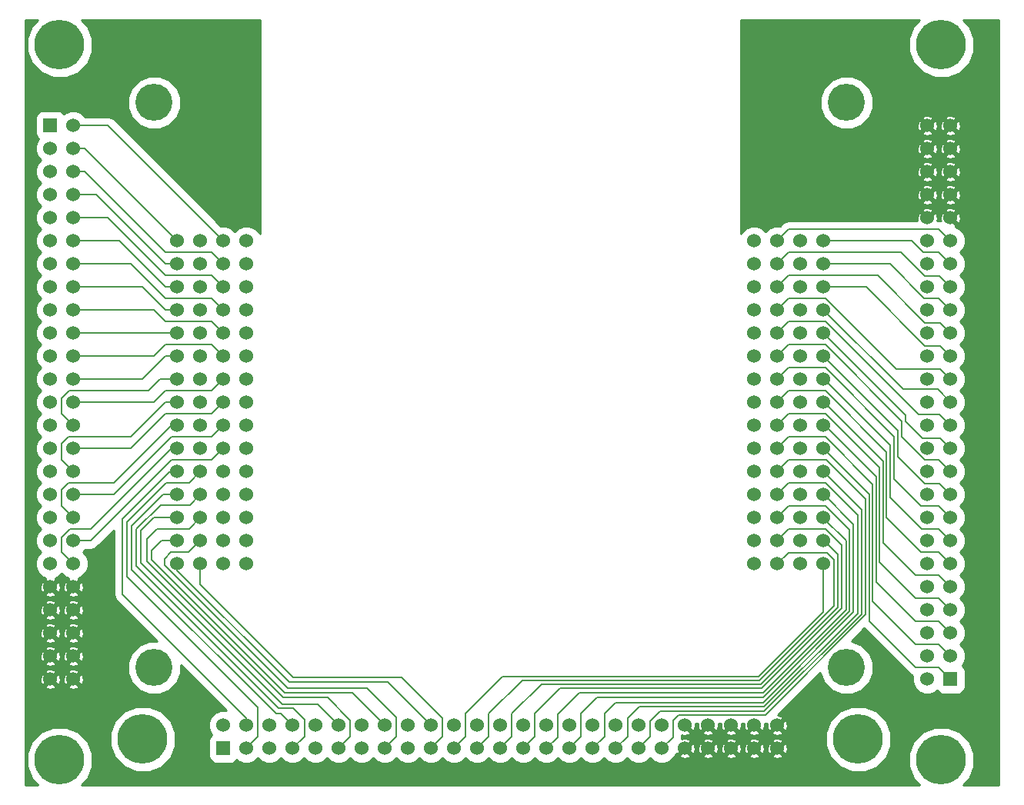
<source format=gtl>
G04 (created by PCBNEW-RS274X (2011-04-29 BZR 2986)-stable) date 11/21/2011 11:54:47 AM*
G01*
G70*
G90*
%MOIN*%
G04 Gerber Fmt 3.4, Leading zero omitted, Abs format*
%FSLAX34Y34*%
G04 APERTURE LIST*
%ADD10C,0.006000*%
%ADD11C,0.160000*%
%ADD12R,0.060000X0.060000*%
%ADD13C,0.060000*%
%ADD14C,0.215000*%
%ADD15C,0.007000*%
%ADD16C,0.010000*%
G04 APERTURE END LIST*
G54D10*
G54D11*
X13000Y-37500D03*
X43000Y-37500D03*
X13000Y-13000D03*
G54D12*
X08500Y-14000D03*
G54D13*
X09500Y-14000D03*
X08500Y-15000D03*
X09500Y-15000D03*
X08500Y-16000D03*
X09500Y-16000D03*
X08500Y-17000D03*
X09500Y-17000D03*
X08500Y-18000D03*
X09500Y-18000D03*
X08500Y-19000D03*
X09500Y-19000D03*
X08500Y-20000D03*
X09500Y-20000D03*
X08500Y-21000D03*
X09500Y-21000D03*
X08500Y-22000D03*
X09500Y-22000D03*
X08500Y-23000D03*
X09500Y-23000D03*
G54D14*
X08900Y-10500D03*
G54D13*
X08500Y-24000D03*
X09500Y-24000D03*
X08500Y-25000D03*
X09500Y-25000D03*
X08500Y-26000D03*
X09500Y-26000D03*
X08500Y-27000D03*
X09500Y-27000D03*
X08500Y-28000D03*
X09500Y-28000D03*
X08500Y-29000D03*
X09500Y-29000D03*
X08500Y-30000D03*
X09500Y-30000D03*
X08500Y-31000D03*
X09500Y-31000D03*
X08500Y-32000D03*
X09500Y-32000D03*
X08500Y-33000D03*
X09500Y-33000D03*
X08500Y-34000D03*
X09500Y-34000D03*
X08500Y-35000D03*
X09500Y-35000D03*
X08500Y-36000D03*
X09500Y-36000D03*
X08500Y-37000D03*
X09500Y-37000D03*
X08500Y-38000D03*
X09500Y-38000D03*
G54D14*
X08900Y-41500D03*
G54D12*
X16000Y-41000D03*
G54D13*
X16000Y-40000D03*
X17000Y-41000D03*
X17000Y-40000D03*
X18000Y-41000D03*
X18000Y-40000D03*
X19000Y-41000D03*
X19000Y-40000D03*
X20000Y-41000D03*
X20000Y-40000D03*
X21000Y-41000D03*
X21000Y-40000D03*
X22000Y-41000D03*
X22000Y-40000D03*
X23000Y-41000D03*
X23000Y-40000D03*
X24000Y-41000D03*
X24000Y-40000D03*
X25000Y-41000D03*
X25000Y-40000D03*
G54D14*
X12500Y-40600D03*
G54D13*
X26000Y-41000D03*
X26000Y-40000D03*
X27000Y-41000D03*
X27000Y-40000D03*
X28000Y-41000D03*
X28000Y-40000D03*
X29000Y-41000D03*
X29000Y-40000D03*
X30000Y-41000D03*
X30000Y-40000D03*
X31000Y-41000D03*
X31000Y-40000D03*
X32000Y-41000D03*
X32000Y-40000D03*
X33000Y-41000D03*
X33000Y-40000D03*
X34000Y-41000D03*
X34000Y-40000D03*
X35000Y-41000D03*
X35000Y-40000D03*
X36000Y-41000D03*
X36000Y-40000D03*
X37000Y-41000D03*
X37000Y-40000D03*
X38000Y-41000D03*
X38000Y-40000D03*
X39000Y-41000D03*
X39000Y-40000D03*
X40000Y-41000D03*
X40000Y-40000D03*
G54D14*
X43500Y-40600D03*
G54D12*
X47500Y-38000D03*
G54D13*
X46500Y-38000D03*
X47500Y-37000D03*
X46500Y-37000D03*
X47500Y-36000D03*
X46500Y-36000D03*
X47500Y-35000D03*
X46500Y-35000D03*
X47500Y-34000D03*
X46500Y-34000D03*
X47500Y-33000D03*
X46500Y-33000D03*
X47500Y-32000D03*
X46500Y-32000D03*
X47500Y-31000D03*
X46500Y-31000D03*
X47500Y-30000D03*
X46500Y-30000D03*
X47500Y-29000D03*
X46500Y-29000D03*
G54D14*
X47100Y-41500D03*
G54D13*
X47500Y-28000D03*
X46500Y-28000D03*
X47500Y-27000D03*
X46500Y-27000D03*
X47500Y-26000D03*
X46500Y-26000D03*
X47500Y-25000D03*
X46500Y-25000D03*
X47500Y-24000D03*
X46500Y-24000D03*
X47500Y-23000D03*
X46500Y-23000D03*
X47500Y-22000D03*
X46500Y-22000D03*
X47500Y-21000D03*
X46500Y-21000D03*
X47500Y-20000D03*
X46500Y-20000D03*
X47500Y-19000D03*
X46500Y-19000D03*
X47500Y-18000D03*
X46500Y-18000D03*
X47500Y-17000D03*
X46500Y-17000D03*
X47500Y-16000D03*
X46500Y-16000D03*
X47500Y-15000D03*
X46500Y-15000D03*
X47500Y-14000D03*
X46500Y-14000D03*
G54D14*
X47100Y-10500D03*
G54D11*
X43000Y-13000D03*
G54D13*
X17000Y-19000D03*
X16000Y-19000D03*
X15000Y-19000D03*
X14000Y-19000D03*
X17000Y-20000D03*
X16000Y-20000D03*
X15000Y-20000D03*
X14000Y-20000D03*
X17000Y-21000D03*
X16000Y-21000D03*
X15000Y-21000D03*
X14000Y-21000D03*
X17000Y-22000D03*
X16000Y-22000D03*
X15000Y-22000D03*
X14000Y-22000D03*
X17000Y-23000D03*
X16000Y-23000D03*
X15000Y-23000D03*
X14000Y-23000D03*
X17000Y-24000D03*
X16000Y-24000D03*
X15000Y-24000D03*
X14000Y-24000D03*
X17000Y-25000D03*
X16000Y-25000D03*
X15000Y-25000D03*
X14000Y-25000D03*
X17000Y-26000D03*
X16000Y-26000D03*
X15000Y-26000D03*
X14000Y-26000D03*
X17000Y-27000D03*
X16000Y-27000D03*
X15000Y-27000D03*
X14000Y-27000D03*
X17000Y-28000D03*
X16000Y-28000D03*
X15000Y-28000D03*
X14000Y-28000D03*
X17000Y-29000D03*
X16000Y-29000D03*
X15000Y-29000D03*
X14000Y-29000D03*
X17000Y-30000D03*
X16000Y-30000D03*
X15000Y-30000D03*
X14000Y-30000D03*
X17000Y-31000D03*
X16000Y-31000D03*
X15000Y-31000D03*
X14000Y-31000D03*
X17000Y-32000D03*
X16000Y-32000D03*
X15000Y-32000D03*
X14000Y-32000D03*
X17000Y-33000D03*
X16000Y-33000D03*
X15000Y-33000D03*
X14000Y-33000D03*
X42000Y-33000D03*
X41000Y-33000D03*
X40000Y-33000D03*
X39000Y-33000D03*
X42000Y-32000D03*
X41000Y-32000D03*
X40000Y-32000D03*
X39000Y-32000D03*
X42000Y-31000D03*
X41000Y-31000D03*
X40000Y-31000D03*
X39000Y-31000D03*
X42000Y-30000D03*
X41000Y-30000D03*
X40000Y-30000D03*
X39000Y-30000D03*
X42000Y-29000D03*
X41000Y-29000D03*
X40000Y-29000D03*
X39000Y-29000D03*
X42000Y-28000D03*
X41000Y-28000D03*
X40000Y-28000D03*
X39000Y-28000D03*
X42000Y-27000D03*
X41000Y-27000D03*
X40000Y-27000D03*
X39000Y-27000D03*
X42000Y-26000D03*
X41000Y-26000D03*
X40000Y-26000D03*
X39000Y-26000D03*
X42000Y-25000D03*
X41000Y-25000D03*
X40000Y-25000D03*
X39000Y-25000D03*
X42000Y-24000D03*
X41000Y-24000D03*
X40000Y-24000D03*
X39000Y-24000D03*
X42000Y-23000D03*
X41000Y-23000D03*
X40000Y-23000D03*
X39000Y-23000D03*
X42000Y-22000D03*
X41000Y-22000D03*
X40000Y-22000D03*
X39000Y-22000D03*
X42000Y-21000D03*
X41000Y-21000D03*
X40000Y-21000D03*
X39000Y-21000D03*
X42000Y-20000D03*
X41000Y-20000D03*
X40000Y-20000D03*
X39000Y-20000D03*
X42000Y-19000D03*
X41000Y-19000D03*
X40000Y-19000D03*
X39000Y-19000D03*
G54D15*
X42000Y-33000D02*
X42000Y-35075D01*
X26500Y-40500D02*
X26000Y-41000D01*
X26500Y-39500D02*
X26500Y-40500D01*
X28100Y-37900D02*
X26500Y-39500D01*
X39175Y-37900D02*
X28100Y-37900D01*
X42000Y-35075D02*
X39175Y-37900D01*
X42000Y-31000D02*
X42000Y-31025D01*
X42975Y-32000D02*
X42975Y-34975D01*
X42975Y-34975D02*
X39375Y-38575D01*
X39375Y-38575D02*
X31425Y-38575D01*
X31425Y-38575D02*
X30475Y-39525D01*
X30475Y-39525D02*
X30475Y-40525D01*
X30475Y-40525D02*
X30000Y-41000D01*
X42000Y-31025D02*
X42975Y-32000D01*
X40000Y-31000D02*
X40500Y-30500D01*
X31500Y-40500D02*
X31000Y-41000D01*
X31500Y-39500D02*
X31500Y-40500D01*
X32200Y-38800D02*
X31500Y-39500D01*
X39375Y-38800D02*
X32200Y-38800D01*
X43125Y-35050D02*
X39375Y-38800D01*
X43125Y-31525D02*
X43125Y-35050D01*
X42100Y-30500D02*
X43125Y-31525D01*
X40500Y-30500D02*
X42100Y-30500D01*
X40000Y-32000D02*
X40500Y-31500D01*
X29500Y-40500D02*
X29000Y-41000D01*
X29500Y-39500D02*
X29500Y-40500D01*
X30600Y-38400D02*
X29500Y-39500D01*
X39325Y-38400D02*
X30600Y-38400D01*
X42800Y-34925D02*
X39325Y-38400D01*
X42800Y-32200D02*
X42800Y-34925D01*
X42100Y-31500D02*
X42800Y-32200D01*
X40500Y-31500D02*
X42100Y-31500D01*
X42000Y-32000D02*
X42025Y-32000D01*
X28500Y-40500D02*
X28000Y-41000D01*
X28500Y-39500D02*
X28500Y-40500D01*
X29775Y-38225D02*
X28500Y-39500D01*
X39275Y-38225D02*
X29775Y-38225D01*
X42625Y-34875D02*
X39275Y-38225D01*
X42625Y-32600D02*
X42625Y-34875D01*
X42025Y-32000D02*
X42625Y-32600D01*
X20075Y-39075D02*
X18550Y-39075D01*
X21000Y-40000D02*
X20075Y-39075D01*
X18550Y-39075D02*
X12425Y-32950D01*
X12975Y-31000D02*
X14000Y-31000D01*
X12425Y-31550D02*
X12975Y-31000D01*
X12425Y-32950D02*
X12425Y-31550D01*
X21500Y-39775D02*
X20525Y-38800D01*
X21500Y-40500D02*
X21500Y-39775D01*
X12675Y-31925D02*
X13125Y-31475D01*
X14525Y-31475D02*
X15000Y-31000D01*
X13125Y-31475D02*
X14525Y-31475D01*
X12675Y-32900D02*
X12675Y-31925D01*
X18575Y-38800D02*
X12675Y-32900D01*
X20525Y-38800D02*
X18575Y-38800D01*
X21000Y-41000D02*
X21500Y-40500D01*
X23000Y-41000D02*
X23500Y-40500D01*
X23500Y-39650D02*
X22225Y-38375D01*
X23500Y-40500D02*
X23500Y-39650D01*
X13450Y-33050D02*
X13450Y-32775D01*
X14500Y-32500D02*
X15000Y-32000D01*
X22225Y-38375D02*
X18775Y-38375D01*
X18775Y-38375D02*
X13450Y-33050D01*
X13725Y-32500D02*
X14500Y-32500D01*
X13450Y-32775D02*
X13725Y-32500D01*
X21575Y-38575D02*
X23000Y-40000D01*
X18650Y-38575D02*
X21575Y-38575D01*
X12900Y-32825D02*
X12900Y-32425D01*
X12900Y-32425D02*
X13325Y-32000D01*
X14000Y-32000D02*
X13325Y-32000D01*
X18650Y-38575D02*
X12900Y-32825D01*
X18275Y-39500D02*
X12025Y-33250D01*
X14000Y-30000D02*
X13371Y-30000D01*
X19000Y-40000D02*
X18500Y-39500D01*
X18500Y-39500D02*
X18275Y-39500D01*
X13371Y-30000D02*
X12025Y-31346D01*
X12025Y-33250D02*
X12025Y-31346D01*
X14000Y-28000D02*
X13750Y-28000D01*
X09000Y-32500D02*
X09500Y-33000D01*
X09000Y-31850D02*
X09000Y-32500D01*
X09350Y-31500D02*
X09000Y-31850D01*
X09750Y-31500D02*
X09350Y-31500D01*
X09750Y-31500D02*
X10250Y-31500D01*
X10250Y-31500D02*
X13750Y-28000D01*
X09000Y-30500D02*
X09500Y-31000D01*
X14000Y-27000D02*
X13750Y-27000D01*
X11250Y-29500D02*
X13750Y-27000D01*
X09000Y-29775D02*
X09000Y-30500D01*
X09275Y-29500D02*
X09000Y-29775D01*
X09750Y-29500D02*
X09275Y-29500D01*
X09750Y-29500D02*
X11250Y-29500D01*
X15500Y-27500D02*
X16000Y-27000D01*
X10000Y-30000D02*
X11250Y-30000D01*
X09500Y-30000D02*
X10000Y-30000D01*
X11250Y-30000D02*
X13750Y-27500D01*
X13750Y-27500D02*
X15500Y-27500D01*
X43300Y-35100D02*
X43300Y-31275D01*
X32525Y-40475D02*
X32000Y-41000D01*
X32525Y-39475D02*
X32525Y-40475D01*
X32975Y-39025D02*
X32525Y-39475D01*
X39375Y-39025D02*
X32975Y-39025D01*
X43300Y-35100D02*
X39375Y-39025D01*
X42000Y-30000D02*
X42025Y-30000D01*
X43300Y-31275D02*
X42025Y-30000D01*
X43475Y-30875D02*
X43475Y-35150D01*
X43475Y-35150D02*
X39425Y-39200D01*
X39425Y-39200D02*
X34025Y-39200D01*
X34025Y-39200D02*
X33525Y-39700D01*
X33525Y-39700D02*
X33525Y-40475D01*
X33000Y-41000D02*
X33525Y-40475D01*
X40500Y-29500D02*
X40000Y-30000D01*
X42100Y-29500D02*
X40500Y-29500D01*
X43475Y-30875D02*
X42100Y-29500D01*
X43825Y-35200D02*
X39475Y-39550D01*
X43825Y-35200D02*
X43825Y-30200D01*
X43825Y-30200D02*
X42125Y-28500D01*
X42125Y-28500D02*
X40500Y-28500D01*
X40000Y-29000D02*
X40500Y-28500D01*
X35475Y-40525D02*
X35000Y-41000D01*
X35475Y-39800D02*
X35475Y-40525D01*
X35725Y-39550D02*
X35475Y-39800D01*
X39475Y-39550D02*
X35725Y-39550D01*
X43650Y-35175D02*
X43650Y-30650D01*
X42000Y-29000D02*
X42000Y-29000D01*
X39425Y-39400D02*
X34925Y-39400D01*
X34925Y-39400D02*
X34500Y-39825D01*
X34500Y-39825D02*
X34500Y-40500D01*
X34500Y-40500D02*
X34000Y-41000D01*
X43650Y-35175D02*
X39425Y-39400D01*
X43650Y-30650D02*
X42000Y-29000D01*
X25000Y-40000D02*
X23125Y-38125D01*
X14000Y-33275D02*
X18850Y-38125D01*
X14000Y-33275D02*
X14000Y-33000D01*
X18850Y-38125D02*
X23125Y-38125D01*
X25000Y-40975D02*
X25500Y-40475D01*
X19025Y-37925D02*
X23725Y-37925D01*
X15000Y-33900D02*
X15000Y-33000D01*
X15000Y-33900D02*
X19025Y-37925D01*
X25000Y-41000D02*
X25000Y-40975D01*
X25500Y-39700D02*
X23725Y-37925D01*
X25500Y-40475D02*
X25500Y-39700D01*
X40000Y-33000D02*
X40475Y-32525D01*
X27500Y-40500D02*
X27000Y-41000D01*
X27500Y-39500D02*
X27500Y-40500D01*
X28950Y-38050D02*
X27500Y-39500D01*
X39225Y-38050D02*
X28950Y-38050D01*
X42450Y-34825D02*
X39225Y-38050D01*
X42450Y-32825D02*
X42450Y-34825D01*
X42150Y-32525D02*
X42450Y-32825D01*
X40475Y-32525D02*
X42150Y-32525D01*
X19525Y-39750D02*
X19025Y-39250D01*
X19525Y-40475D02*
X19525Y-39750D01*
X19000Y-41000D02*
X19525Y-40475D01*
X19025Y-39250D02*
X18400Y-39250D01*
X18400Y-39250D02*
X12225Y-33075D01*
X14550Y-30450D02*
X15000Y-30000D01*
X13279Y-30450D02*
X14550Y-30450D01*
X12225Y-31504D02*
X13279Y-30450D01*
X12225Y-33075D02*
X12225Y-31504D01*
X11825Y-31175D02*
X13525Y-29475D01*
X11825Y-33550D02*
X11825Y-31175D01*
X17500Y-39225D02*
X11825Y-33550D01*
X17000Y-41000D02*
X17500Y-40500D01*
X17500Y-40500D02*
X17500Y-39225D01*
X14525Y-29475D02*
X15000Y-29000D01*
X13525Y-29475D02*
X14525Y-29475D01*
X17000Y-39700D02*
X11625Y-34325D01*
X17000Y-40000D02*
X17000Y-39700D01*
X13675Y-29000D02*
X14000Y-29000D01*
X11625Y-34325D02*
X11625Y-31050D01*
X13675Y-29000D02*
X11625Y-31050D01*
X09500Y-25000D02*
X10000Y-25000D01*
X13500Y-24000D02*
X14000Y-24000D01*
X10000Y-25000D02*
X12500Y-25000D01*
X12500Y-25000D02*
X13500Y-24000D01*
X12000Y-20000D02*
X13500Y-21500D01*
X09500Y-20000D02*
X10000Y-20000D01*
X13500Y-21500D02*
X15500Y-21500D01*
X15500Y-21500D02*
X16000Y-22000D01*
X10000Y-20000D02*
X12000Y-20000D01*
X12000Y-27500D02*
X13500Y-26000D01*
X14000Y-26000D02*
X13500Y-26000D01*
X09000Y-28500D02*
X09500Y-29000D01*
X09000Y-27800D02*
X09000Y-28500D01*
X09300Y-27500D02*
X09000Y-27800D01*
X09750Y-27500D02*
X09300Y-27500D01*
X09750Y-27500D02*
X12000Y-27500D01*
X09500Y-24000D02*
X10000Y-24000D01*
X13500Y-23500D02*
X15500Y-23500D01*
X15500Y-23500D02*
X16000Y-24000D01*
X10000Y-24000D02*
X13000Y-24000D01*
X13000Y-24000D02*
X13500Y-23500D01*
X11500Y-19000D02*
X10000Y-19000D01*
X09500Y-19000D02*
X10000Y-19000D01*
X13500Y-21000D02*
X14000Y-21000D01*
X13500Y-21000D02*
X11500Y-19000D01*
X15500Y-26500D02*
X16000Y-26000D01*
X10000Y-28000D02*
X12000Y-28000D01*
X12000Y-28000D02*
X13500Y-26500D01*
X13500Y-26500D02*
X15500Y-26500D01*
X09500Y-28000D02*
X10000Y-28000D01*
X09500Y-23000D02*
X10000Y-23000D01*
X10000Y-23000D02*
X14000Y-23000D01*
X11000Y-18000D02*
X13500Y-20500D01*
X13500Y-20500D02*
X15500Y-20500D01*
X09500Y-18000D02*
X10000Y-18000D01*
X15500Y-20500D02*
X16000Y-21000D01*
X10000Y-18000D02*
X11000Y-18000D01*
X13750Y-28500D02*
X15500Y-28500D01*
X15500Y-28500D02*
X16000Y-28000D01*
X09500Y-32000D02*
X10250Y-32000D01*
X10250Y-32000D02*
X13750Y-28500D01*
X12750Y-25500D02*
X13250Y-25000D01*
X14000Y-25000D02*
X13250Y-25000D01*
X09000Y-26500D02*
X09500Y-27000D01*
X09000Y-25825D02*
X09000Y-26500D01*
X09325Y-25500D02*
X09000Y-25825D01*
X09750Y-25500D02*
X09325Y-25500D01*
X09750Y-25500D02*
X12750Y-25500D01*
X15500Y-22500D02*
X16000Y-23000D01*
X10000Y-22000D02*
X13000Y-22000D01*
X09500Y-22000D02*
X10000Y-22000D01*
X13000Y-22000D02*
X13500Y-22500D01*
X13500Y-22500D02*
X15500Y-22500D01*
X10000Y-26000D02*
X13000Y-26000D01*
X13000Y-26000D02*
X13500Y-25500D01*
X09500Y-26000D02*
X10000Y-26000D01*
X13500Y-25500D02*
X15500Y-25500D01*
X15500Y-25500D02*
X16000Y-25000D01*
X12500Y-21000D02*
X13000Y-21500D01*
X13500Y-22000D02*
X14000Y-22000D01*
X13000Y-21500D02*
X13500Y-22000D01*
X13000Y-21500D02*
X13000Y-21500D01*
X09500Y-21000D02*
X10000Y-21000D01*
X10000Y-21000D02*
X12500Y-21000D01*
X09500Y-17000D02*
X10000Y-17000D01*
X10500Y-17000D02*
X13500Y-20000D01*
X13500Y-20000D02*
X14000Y-20000D01*
X10000Y-17000D02*
X10500Y-17000D01*
X09500Y-16000D02*
X10000Y-16000D01*
X13500Y-19500D02*
X15500Y-19500D01*
X15500Y-19500D02*
X16000Y-20000D01*
X10000Y-16000D02*
X13500Y-19500D01*
X09500Y-15000D02*
X10000Y-15000D01*
X10000Y-15000D02*
X14000Y-19000D01*
X11000Y-14000D02*
X16000Y-19000D01*
X09500Y-14000D02*
X10000Y-14000D01*
X10000Y-14000D02*
X11000Y-14000D01*
X43850Y-21000D02*
X42000Y-21000D01*
X43850Y-21000D02*
X46400Y-23550D01*
X47050Y-23550D02*
X46400Y-23550D01*
X47050Y-23550D02*
X47500Y-24000D01*
X45550Y-26825D02*
X45550Y-26550D01*
X46275Y-27550D02*
X45550Y-26825D01*
X47050Y-27550D02*
X46275Y-27550D01*
X47500Y-28000D02*
X47050Y-27550D01*
X45550Y-26550D02*
X42000Y-23000D01*
X42100Y-22500D02*
X40500Y-22500D01*
X47500Y-27000D02*
X47025Y-26525D01*
X46125Y-26525D02*
X42100Y-22500D01*
X47025Y-26525D02*
X46125Y-26525D01*
X40500Y-22500D02*
X40000Y-23000D01*
X47000Y-28500D02*
X46400Y-28500D01*
X42075Y-23500D02*
X40500Y-23500D01*
X45400Y-26825D02*
X42075Y-23500D01*
X40500Y-23500D02*
X40000Y-24000D01*
X47500Y-29000D02*
X47000Y-28500D01*
X45400Y-27500D02*
X45400Y-26825D01*
X46400Y-28500D02*
X45400Y-27500D01*
X47025Y-29525D02*
X46400Y-29525D01*
X45225Y-27225D02*
X42000Y-24000D01*
X42000Y-24000D02*
X42000Y-24000D01*
X47500Y-30000D02*
X47025Y-29525D01*
X45225Y-28350D02*
X45225Y-27225D01*
X46400Y-29525D02*
X45225Y-28350D01*
X45825Y-19000D02*
X42000Y-19000D01*
X46325Y-19500D02*
X45825Y-19000D01*
X47000Y-19500D02*
X46325Y-19500D01*
X47500Y-20000D02*
X47000Y-19500D01*
X47500Y-19000D02*
X47000Y-18500D01*
X47000Y-18500D02*
X40500Y-18500D01*
X40500Y-18500D02*
X40000Y-19000D01*
X47025Y-20525D02*
X46375Y-20525D01*
X40500Y-19500D02*
X40000Y-20000D01*
X45350Y-19500D02*
X40500Y-19500D01*
X47500Y-21000D02*
X47025Y-20525D01*
X46375Y-20525D02*
X45350Y-19500D01*
X47500Y-22000D02*
X46975Y-21475D01*
X46350Y-21475D02*
X46975Y-21475D01*
X44875Y-20000D02*
X42000Y-20000D01*
X44875Y-20000D02*
X46350Y-21475D01*
X45150Y-24550D02*
X47050Y-24550D01*
X47050Y-24550D02*
X47500Y-25000D01*
X42100Y-21500D02*
X40500Y-21500D01*
X40500Y-21500D02*
X40000Y-22000D01*
X45150Y-24550D02*
X42100Y-21500D01*
X47500Y-26000D02*
X46938Y-25438D01*
X45438Y-25438D02*
X42000Y-22000D01*
X45438Y-25438D02*
X46938Y-25438D01*
X42000Y-22000D02*
X42000Y-22000D01*
X40500Y-24500D02*
X40000Y-25000D01*
X42075Y-24500D02*
X40500Y-24500D01*
X45050Y-27475D02*
X42075Y-24500D01*
X45050Y-29325D02*
X45050Y-27475D01*
X45050Y-29325D02*
X46225Y-30500D01*
X46225Y-30500D02*
X47000Y-30500D01*
X47500Y-31000D02*
X47000Y-30500D01*
X44875Y-30125D02*
X44875Y-27850D01*
X44875Y-30125D02*
X46250Y-31500D01*
X46250Y-31500D02*
X47000Y-31500D01*
X47500Y-32000D02*
X47000Y-31500D01*
X42025Y-25000D02*
X42000Y-25000D01*
X44875Y-27850D02*
X42025Y-25000D01*
X42000Y-28000D02*
X42000Y-28000D01*
X47000Y-37500D02*
X47500Y-38000D01*
X46000Y-37500D02*
X47000Y-37500D01*
X43975Y-35475D02*
X46000Y-37500D01*
X43975Y-29975D02*
X43975Y-35475D01*
X43975Y-29975D02*
X42000Y-28000D01*
X40500Y-27500D02*
X40000Y-28000D01*
X42075Y-27500D02*
X40500Y-27500D01*
X44125Y-29550D02*
X42075Y-27500D01*
X44125Y-34625D02*
X44125Y-29550D01*
X44125Y-34625D02*
X45975Y-36475D01*
X45975Y-36475D02*
X46975Y-36475D01*
X47500Y-37000D02*
X46975Y-36475D01*
X44425Y-32925D02*
X46000Y-34500D01*
X44425Y-28825D02*
X44425Y-32925D01*
X44425Y-28825D02*
X42100Y-26500D01*
X42100Y-26500D02*
X40500Y-26500D01*
X40000Y-27000D02*
X40500Y-26500D01*
X47000Y-34500D02*
X47500Y-35000D01*
X46000Y-34500D02*
X47000Y-34500D01*
X44275Y-33775D02*
X44275Y-29225D01*
X44275Y-33775D02*
X46000Y-35500D01*
X46000Y-35500D02*
X47000Y-35500D01*
X47500Y-36000D02*
X47000Y-35500D01*
X42050Y-27000D02*
X42000Y-27000D01*
X44275Y-29225D02*
X42050Y-27000D01*
X46225Y-32500D02*
X47000Y-32500D01*
X47500Y-33000D02*
X47000Y-32500D01*
X40500Y-25500D02*
X40000Y-26000D01*
X42075Y-25500D02*
X40500Y-25500D01*
X44725Y-28150D02*
X42075Y-25500D01*
X44725Y-31000D02*
X44725Y-28150D01*
X44725Y-31000D02*
X46225Y-32500D01*
X44575Y-28550D02*
X44575Y-32075D01*
X44575Y-28550D02*
X42025Y-26000D01*
X42000Y-26000D02*
X42025Y-26000D01*
X47000Y-33500D02*
X47500Y-34000D01*
X46000Y-33500D02*
X47000Y-33500D01*
X44575Y-32075D02*
X46000Y-33500D01*
X47050Y-22550D02*
X47500Y-23000D01*
X44350Y-20500D02*
X40500Y-20500D01*
X40500Y-20500D02*
X40000Y-21000D01*
X44350Y-20500D02*
X46400Y-22550D01*
X47050Y-22550D02*
X46400Y-22550D01*
G54D10*
G36*
X49575Y-42575D02*
X48038Y-42575D01*
X48306Y-42308D01*
X48524Y-41784D01*
X48524Y-41218D01*
X48308Y-40695D01*
X47908Y-40294D01*
X47384Y-40076D01*
X46818Y-40076D01*
X46295Y-40292D01*
X45894Y-40692D01*
X45676Y-41216D01*
X45676Y-41782D01*
X45892Y-42305D01*
X46161Y-42575D01*
X44924Y-42575D01*
X44924Y-40884D01*
X44924Y-40318D01*
X44708Y-39795D01*
X44308Y-39394D01*
X43784Y-39176D01*
X43218Y-39176D01*
X42695Y-39392D01*
X42294Y-39792D01*
X42076Y-40316D01*
X42076Y-40882D01*
X42292Y-41405D01*
X42692Y-41806D01*
X43216Y-42024D01*
X43782Y-42024D01*
X44305Y-41808D01*
X44706Y-41408D01*
X44924Y-40884D01*
X44924Y-42575D01*
X40446Y-42575D01*
X40446Y-41056D01*
X40446Y-40056D01*
X40433Y-39880D01*
X40391Y-39777D01*
X40325Y-39746D01*
X40071Y-40000D01*
X40325Y-40254D01*
X40391Y-40223D01*
X40446Y-40056D01*
X40446Y-41056D01*
X40433Y-40880D01*
X40391Y-40777D01*
X40325Y-40746D01*
X40254Y-40817D01*
X40254Y-40675D01*
X40254Y-40325D01*
X40000Y-40071D01*
X39746Y-40325D01*
X39777Y-40391D01*
X39944Y-40446D01*
X40120Y-40433D01*
X40223Y-40391D01*
X40254Y-40325D01*
X40254Y-40675D01*
X40223Y-40609D01*
X40056Y-40554D01*
X39880Y-40567D01*
X39777Y-40609D01*
X39746Y-40675D01*
X40000Y-40929D01*
X40254Y-40675D01*
X40254Y-40817D01*
X40071Y-41000D01*
X40325Y-41254D01*
X40391Y-41223D01*
X40446Y-41056D01*
X40446Y-42575D01*
X40254Y-42575D01*
X40254Y-41325D01*
X40000Y-41071D01*
X39929Y-41142D01*
X39929Y-41000D01*
X39675Y-40746D01*
X39609Y-40777D01*
X39554Y-40944D01*
X39567Y-41120D01*
X39609Y-41223D01*
X39675Y-41254D01*
X39929Y-41000D01*
X39929Y-41142D01*
X39746Y-41325D01*
X39777Y-41391D01*
X39944Y-41446D01*
X40120Y-41433D01*
X40223Y-41391D01*
X40254Y-41325D01*
X40254Y-42575D01*
X39446Y-42575D01*
X39446Y-41056D01*
X39433Y-40880D01*
X39391Y-40777D01*
X39325Y-40746D01*
X39254Y-40817D01*
X39254Y-40675D01*
X39254Y-40325D01*
X39000Y-40071D01*
X38746Y-40325D01*
X38777Y-40391D01*
X38944Y-40446D01*
X39120Y-40433D01*
X39223Y-40391D01*
X39254Y-40325D01*
X39254Y-40675D01*
X39223Y-40609D01*
X39056Y-40554D01*
X38880Y-40567D01*
X38777Y-40609D01*
X38746Y-40675D01*
X39000Y-40929D01*
X39254Y-40675D01*
X39254Y-40817D01*
X39071Y-41000D01*
X39325Y-41254D01*
X39391Y-41223D01*
X39446Y-41056D01*
X39446Y-42575D01*
X39254Y-42575D01*
X39254Y-41325D01*
X39000Y-41071D01*
X38929Y-41142D01*
X38929Y-41000D01*
X38675Y-40746D01*
X38609Y-40777D01*
X38554Y-40944D01*
X38567Y-41120D01*
X38609Y-41223D01*
X38675Y-41254D01*
X38929Y-41000D01*
X38929Y-41142D01*
X38746Y-41325D01*
X38777Y-41391D01*
X38944Y-41446D01*
X39120Y-41433D01*
X39223Y-41391D01*
X39254Y-41325D01*
X39254Y-42575D01*
X38446Y-42575D01*
X38446Y-41056D01*
X38433Y-40880D01*
X38391Y-40777D01*
X38325Y-40746D01*
X38254Y-40817D01*
X38254Y-40675D01*
X38254Y-40325D01*
X38000Y-40071D01*
X37746Y-40325D01*
X37777Y-40391D01*
X37944Y-40446D01*
X38120Y-40433D01*
X38223Y-40391D01*
X38254Y-40325D01*
X38254Y-40675D01*
X38223Y-40609D01*
X38056Y-40554D01*
X37880Y-40567D01*
X37777Y-40609D01*
X37746Y-40675D01*
X38000Y-40929D01*
X38254Y-40675D01*
X38254Y-40817D01*
X38071Y-41000D01*
X38325Y-41254D01*
X38391Y-41223D01*
X38446Y-41056D01*
X38446Y-42575D01*
X38254Y-42575D01*
X38254Y-41325D01*
X38000Y-41071D01*
X37929Y-41142D01*
X37929Y-41000D01*
X37675Y-40746D01*
X37609Y-40777D01*
X37554Y-40944D01*
X37567Y-41120D01*
X37609Y-41223D01*
X37675Y-41254D01*
X37929Y-41000D01*
X37929Y-41142D01*
X37746Y-41325D01*
X37777Y-41391D01*
X37944Y-41446D01*
X38120Y-41433D01*
X38223Y-41391D01*
X38254Y-41325D01*
X38254Y-42575D01*
X37446Y-42575D01*
X37446Y-41056D01*
X37433Y-40880D01*
X37391Y-40777D01*
X37325Y-40746D01*
X37254Y-40817D01*
X37254Y-40675D01*
X37254Y-40325D01*
X37000Y-40071D01*
X36746Y-40325D01*
X36777Y-40391D01*
X36944Y-40446D01*
X37120Y-40433D01*
X37223Y-40391D01*
X37254Y-40325D01*
X37254Y-40675D01*
X37223Y-40609D01*
X37056Y-40554D01*
X36880Y-40567D01*
X36777Y-40609D01*
X36746Y-40675D01*
X37000Y-40929D01*
X37254Y-40675D01*
X37254Y-40817D01*
X37071Y-41000D01*
X37325Y-41254D01*
X37391Y-41223D01*
X37446Y-41056D01*
X37446Y-42575D01*
X37254Y-42575D01*
X37254Y-41325D01*
X37000Y-41071D01*
X36929Y-41142D01*
X36929Y-41000D01*
X36675Y-40746D01*
X36609Y-40777D01*
X36554Y-40944D01*
X36567Y-41120D01*
X36609Y-41223D01*
X36675Y-41254D01*
X36929Y-41000D01*
X36929Y-41142D01*
X36746Y-41325D01*
X36777Y-41391D01*
X36944Y-41446D01*
X37120Y-41433D01*
X37223Y-41391D01*
X37254Y-41325D01*
X37254Y-42575D01*
X36446Y-42575D01*
X36446Y-41056D01*
X36433Y-40880D01*
X36391Y-40777D01*
X36325Y-40746D01*
X36071Y-41000D01*
X36325Y-41254D01*
X36391Y-41223D01*
X36446Y-41056D01*
X36446Y-42575D01*
X36254Y-42575D01*
X36254Y-41325D01*
X36000Y-41071D01*
X35746Y-41325D01*
X35777Y-41391D01*
X35944Y-41446D01*
X36120Y-41433D01*
X36223Y-41391D01*
X36254Y-41325D01*
X36254Y-42575D01*
X13924Y-42575D01*
X13924Y-40884D01*
X13924Y-40318D01*
X13708Y-39795D01*
X13308Y-39394D01*
X12784Y-39176D01*
X12218Y-39176D01*
X11695Y-39392D01*
X11294Y-39792D01*
X11076Y-40316D01*
X11076Y-40882D01*
X11292Y-41405D01*
X11692Y-41806D01*
X12216Y-42024D01*
X12782Y-42024D01*
X13305Y-41808D01*
X13706Y-41408D01*
X13924Y-40884D01*
X13924Y-42575D01*
X09838Y-42575D01*
X10106Y-42308D01*
X10324Y-41784D01*
X10324Y-41218D01*
X10108Y-40695D01*
X09946Y-40532D01*
X09946Y-38056D01*
X09946Y-37056D01*
X09946Y-36056D01*
X09946Y-35056D01*
X09946Y-34056D01*
X09933Y-33880D01*
X09891Y-33777D01*
X09825Y-33746D01*
X09571Y-34000D01*
X09825Y-34254D01*
X09891Y-34223D01*
X09946Y-34056D01*
X09946Y-35056D01*
X09933Y-34880D01*
X09891Y-34777D01*
X09825Y-34746D01*
X09754Y-34817D01*
X09754Y-34675D01*
X09754Y-34325D01*
X09500Y-34071D01*
X09429Y-34142D01*
X09429Y-34000D01*
X09175Y-33746D01*
X09109Y-33777D01*
X09054Y-33944D01*
X09067Y-34120D01*
X09109Y-34223D01*
X09175Y-34254D01*
X09429Y-34000D01*
X09429Y-34142D01*
X09246Y-34325D01*
X09277Y-34391D01*
X09444Y-34446D01*
X09620Y-34433D01*
X09723Y-34391D01*
X09754Y-34325D01*
X09754Y-34675D01*
X09723Y-34609D01*
X09556Y-34554D01*
X09380Y-34567D01*
X09277Y-34609D01*
X09246Y-34675D01*
X09500Y-34929D01*
X09754Y-34675D01*
X09754Y-34817D01*
X09571Y-35000D01*
X09825Y-35254D01*
X09891Y-35223D01*
X09946Y-35056D01*
X09946Y-36056D01*
X09933Y-35880D01*
X09891Y-35777D01*
X09825Y-35746D01*
X09754Y-35817D01*
X09754Y-35675D01*
X09754Y-35325D01*
X09500Y-35071D01*
X09429Y-35142D01*
X09429Y-35000D01*
X09175Y-34746D01*
X09109Y-34777D01*
X09054Y-34944D01*
X09067Y-35120D01*
X09109Y-35223D01*
X09175Y-35254D01*
X09429Y-35000D01*
X09429Y-35142D01*
X09246Y-35325D01*
X09277Y-35391D01*
X09444Y-35446D01*
X09620Y-35433D01*
X09723Y-35391D01*
X09754Y-35325D01*
X09754Y-35675D01*
X09723Y-35609D01*
X09556Y-35554D01*
X09380Y-35567D01*
X09277Y-35609D01*
X09246Y-35675D01*
X09500Y-35929D01*
X09754Y-35675D01*
X09754Y-35817D01*
X09571Y-36000D01*
X09825Y-36254D01*
X09891Y-36223D01*
X09946Y-36056D01*
X09946Y-37056D01*
X09933Y-36880D01*
X09891Y-36777D01*
X09825Y-36746D01*
X09754Y-36817D01*
X09754Y-36675D01*
X09754Y-36325D01*
X09500Y-36071D01*
X09429Y-36142D01*
X09429Y-36000D01*
X09175Y-35746D01*
X09109Y-35777D01*
X09054Y-35944D01*
X09067Y-36120D01*
X09109Y-36223D01*
X09175Y-36254D01*
X09429Y-36000D01*
X09429Y-36142D01*
X09246Y-36325D01*
X09277Y-36391D01*
X09444Y-36446D01*
X09620Y-36433D01*
X09723Y-36391D01*
X09754Y-36325D01*
X09754Y-36675D01*
X09723Y-36609D01*
X09556Y-36554D01*
X09380Y-36567D01*
X09277Y-36609D01*
X09246Y-36675D01*
X09500Y-36929D01*
X09754Y-36675D01*
X09754Y-36817D01*
X09571Y-37000D01*
X09825Y-37254D01*
X09891Y-37223D01*
X09946Y-37056D01*
X09946Y-38056D01*
X09933Y-37880D01*
X09891Y-37777D01*
X09825Y-37746D01*
X09754Y-37817D01*
X09754Y-37675D01*
X09754Y-37325D01*
X09500Y-37071D01*
X09429Y-37142D01*
X09429Y-37000D01*
X09175Y-36746D01*
X09109Y-36777D01*
X09054Y-36944D01*
X09067Y-37120D01*
X09109Y-37223D01*
X09175Y-37254D01*
X09429Y-37000D01*
X09429Y-37142D01*
X09246Y-37325D01*
X09277Y-37391D01*
X09444Y-37446D01*
X09620Y-37433D01*
X09723Y-37391D01*
X09754Y-37325D01*
X09754Y-37675D01*
X09723Y-37609D01*
X09556Y-37554D01*
X09380Y-37567D01*
X09277Y-37609D01*
X09246Y-37675D01*
X09500Y-37929D01*
X09754Y-37675D01*
X09754Y-37817D01*
X09571Y-38000D01*
X09825Y-38254D01*
X09891Y-38223D01*
X09946Y-38056D01*
X09946Y-40532D01*
X09754Y-40340D01*
X09754Y-38325D01*
X09500Y-38071D01*
X09429Y-38142D01*
X09429Y-38000D01*
X09175Y-37746D01*
X09109Y-37777D01*
X09054Y-37944D01*
X09067Y-38120D01*
X09109Y-38223D01*
X09175Y-38254D01*
X09429Y-38000D01*
X09429Y-38142D01*
X09246Y-38325D01*
X09277Y-38391D01*
X09444Y-38446D01*
X09620Y-38433D01*
X09723Y-38391D01*
X09754Y-38325D01*
X09754Y-40340D01*
X09708Y-40294D01*
X09184Y-40076D01*
X08946Y-40076D01*
X08946Y-38056D01*
X08946Y-37056D01*
X08946Y-36056D01*
X08946Y-35056D01*
X08946Y-34056D01*
X08933Y-33880D01*
X08891Y-33777D01*
X08825Y-33746D01*
X08571Y-34000D01*
X08825Y-34254D01*
X08891Y-34223D01*
X08946Y-34056D01*
X08946Y-35056D01*
X08933Y-34880D01*
X08891Y-34777D01*
X08825Y-34746D01*
X08754Y-34817D01*
X08754Y-34675D01*
X08754Y-34325D01*
X08500Y-34071D01*
X08429Y-34142D01*
X08429Y-34000D01*
X08175Y-33746D01*
X08109Y-33777D01*
X08054Y-33944D01*
X08067Y-34120D01*
X08109Y-34223D01*
X08175Y-34254D01*
X08429Y-34000D01*
X08429Y-34142D01*
X08246Y-34325D01*
X08277Y-34391D01*
X08444Y-34446D01*
X08620Y-34433D01*
X08723Y-34391D01*
X08754Y-34325D01*
X08754Y-34675D01*
X08723Y-34609D01*
X08556Y-34554D01*
X08380Y-34567D01*
X08277Y-34609D01*
X08246Y-34675D01*
X08500Y-34929D01*
X08754Y-34675D01*
X08754Y-34817D01*
X08571Y-35000D01*
X08825Y-35254D01*
X08891Y-35223D01*
X08946Y-35056D01*
X08946Y-36056D01*
X08933Y-35880D01*
X08891Y-35777D01*
X08825Y-35746D01*
X08754Y-35817D01*
X08754Y-35675D01*
X08754Y-35325D01*
X08500Y-35071D01*
X08429Y-35142D01*
X08429Y-35000D01*
X08175Y-34746D01*
X08109Y-34777D01*
X08054Y-34944D01*
X08067Y-35120D01*
X08109Y-35223D01*
X08175Y-35254D01*
X08429Y-35000D01*
X08429Y-35142D01*
X08246Y-35325D01*
X08277Y-35391D01*
X08444Y-35446D01*
X08620Y-35433D01*
X08723Y-35391D01*
X08754Y-35325D01*
X08754Y-35675D01*
X08723Y-35609D01*
X08556Y-35554D01*
X08380Y-35567D01*
X08277Y-35609D01*
X08246Y-35675D01*
X08500Y-35929D01*
X08754Y-35675D01*
X08754Y-35817D01*
X08571Y-36000D01*
X08825Y-36254D01*
X08891Y-36223D01*
X08946Y-36056D01*
X08946Y-37056D01*
X08933Y-36880D01*
X08891Y-36777D01*
X08825Y-36746D01*
X08754Y-36817D01*
X08754Y-36675D01*
X08754Y-36325D01*
X08500Y-36071D01*
X08429Y-36142D01*
X08429Y-36000D01*
X08175Y-35746D01*
X08109Y-35777D01*
X08054Y-35944D01*
X08067Y-36120D01*
X08109Y-36223D01*
X08175Y-36254D01*
X08429Y-36000D01*
X08429Y-36142D01*
X08246Y-36325D01*
X08277Y-36391D01*
X08444Y-36446D01*
X08620Y-36433D01*
X08723Y-36391D01*
X08754Y-36325D01*
X08754Y-36675D01*
X08723Y-36609D01*
X08556Y-36554D01*
X08380Y-36567D01*
X08277Y-36609D01*
X08246Y-36675D01*
X08500Y-36929D01*
X08754Y-36675D01*
X08754Y-36817D01*
X08571Y-37000D01*
X08825Y-37254D01*
X08891Y-37223D01*
X08946Y-37056D01*
X08946Y-38056D01*
X08933Y-37880D01*
X08891Y-37777D01*
X08825Y-37746D01*
X08754Y-37817D01*
X08754Y-37675D01*
X08754Y-37325D01*
X08500Y-37071D01*
X08429Y-37142D01*
X08429Y-37000D01*
X08175Y-36746D01*
X08109Y-36777D01*
X08054Y-36944D01*
X08067Y-37120D01*
X08109Y-37223D01*
X08175Y-37254D01*
X08429Y-37000D01*
X08429Y-37142D01*
X08246Y-37325D01*
X08277Y-37391D01*
X08444Y-37446D01*
X08620Y-37433D01*
X08723Y-37391D01*
X08754Y-37325D01*
X08754Y-37675D01*
X08723Y-37609D01*
X08556Y-37554D01*
X08380Y-37567D01*
X08277Y-37609D01*
X08246Y-37675D01*
X08500Y-37929D01*
X08754Y-37675D01*
X08754Y-37817D01*
X08571Y-38000D01*
X08825Y-38254D01*
X08891Y-38223D01*
X08946Y-38056D01*
X08946Y-40076D01*
X08754Y-40076D01*
X08754Y-38325D01*
X08500Y-38071D01*
X08429Y-38142D01*
X08429Y-38000D01*
X08175Y-37746D01*
X08109Y-37777D01*
X08054Y-37944D01*
X08067Y-38120D01*
X08109Y-38223D01*
X08175Y-38254D01*
X08429Y-38000D01*
X08429Y-38142D01*
X08246Y-38325D01*
X08277Y-38391D01*
X08444Y-38446D01*
X08620Y-38433D01*
X08723Y-38391D01*
X08754Y-38325D01*
X08754Y-40076D01*
X08618Y-40076D01*
X08095Y-40292D01*
X07694Y-40692D01*
X07476Y-41216D01*
X07476Y-41782D01*
X07692Y-42305D01*
X07961Y-42575D01*
X07425Y-42575D01*
X07425Y-09425D01*
X07961Y-09425D01*
X07694Y-09692D01*
X07476Y-10216D01*
X07476Y-10782D01*
X07692Y-11305D01*
X08092Y-11706D01*
X08616Y-11924D01*
X09182Y-11924D01*
X09705Y-11708D01*
X10106Y-11308D01*
X10324Y-10784D01*
X10324Y-10218D01*
X10108Y-09695D01*
X09838Y-09425D01*
X17575Y-09425D01*
X17575Y-18692D01*
X17550Y-18632D01*
X17368Y-18450D01*
X17129Y-18351D01*
X16871Y-18351D01*
X16632Y-18450D01*
X16500Y-18582D01*
X16368Y-18450D01*
X16129Y-18351D01*
X15895Y-18351D01*
X14150Y-16606D01*
X14150Y-13229D01*
X14150Y-12772D01*
X13975Y-12349D01*
X13652Y-12026D01*
X13229Y-11850D01*
X12772Y-11850D01*
X12349Y-12025D01*
X12026Y-12348D01*
X11850Y-12771D01*
X11850Y-13228D01*
X12025Y-13651D01*
X12348Y-13974D01*
X12771Y-14150D01*
X13228Y-14150D01*
X13651Y-13975D01*
X13974Y-13652D01*
X14150Y-13229D01*
X14150Y-16606D01*
X11272Y-13728D01*
X11148Y-13644D01*
X11000Y-13615D01*
X10033Y-13615D01*
X09868Y-13450D01*
X09629Y-13351D01*
X09371Y-13351D01*
X09132Y-13450D01*
X09087Y-13494D01*
X08998Y-13404D01*
X08870Y-13351D01*
X08731Y-13351D01*
X08131Y-13351D01*
X08003Y-13404D01*
X07904Y-13502D01*
X07851Y-13630D01*
X07851Y-13769D01*
X07851Y-14369D01*
X07904Y-14497D01*
X07994Y-14587D01*
X07950Y-14632D01*
X07851Y-14871D01*
X07851Y-15129D01*
X07950Y-15368D01*
X08082Y-15500D01*
X07950Y-15632D01*
X07851Y-15871D01*
X07851Y-16129D01*
X07950Y-16368D01*
X08082Y-16500D01*
X07950Y-16632D01*
X07851Y-16871D01*
X07851Y-17129D01*
X07950Y-17368D01*
X08082Y-17500D01*
X07950Y-17632D01*
X07851Y-17871D01*
X07851Y-18129D01*
X07950Y-18368D01*
X08082Y-18500D01*
X07950Y-18632D01*
X07851Y-18871D01*
X07851Y-19129D01*
X07950Y-19368D01*
X08082Y-19500D01*
X07950Y-19632D01*
X07851Y-19871D01*
X07851Y-20129D01*
X07950Y-20368D01*
X08082Y-20500D01*
X07950Y-20632D01*
X07851Y-20871D01*
X07851Y-21129D01*
X07950Y-21368D01*
X08082Y-21500D01*
X07950Y-21632D01*
X07851Y-21871D01*
X07851Y-22129D01*
X07950Y-22368D01*
X08082Y-22500D01*
X07950Y-22632D01*
X07851Y-22871D01*
X07851Y-23129D01*
X07950Y-23368D01*
X08082Y-23500D01*
X07950Y-23632D01*
X07851Y-23871D01*
X07851Y-24129D01*
X07950Y-24368D01*
X08082Y-24500D01*
X07950Y-24632D01*
X07851Y-24871D01*
X07851Y-25129D01*
X07950Y-25368D01*
X08082Y-25500D01*
X07950Y-25632D01*
X07851Y-25871D01*
X07851Y-26129D01*
X07950Y-26368D01*
X08082Y-26500D01*
X07950Y-26632D01*
X07851Y-26871D01*
X07851Y-27129D01*
X07950Y-27368D01*
X08082Y-27500D01*
X07950Y-27632D01*
X07851Y-27871D01*
X07851Y-28129D01*
X07950Y-28368D01*
X08082Y-28500D01*
X07950Y-28632D01*
X07851Y-28871D01*
X07851Y-29129D01*
X07950Y-29368D01*
X08082Y-29500D01*
X07950Y-29632D01*
X07851Y-29871D01*
X07851Y-30129D01*
X07950Y-30368D01*
X08082Y-30500D01*
X07950Y-30632D01*
X07851Y-30871D01*
X07851Y-31129D01*
X07950Y-31368D01*
X08082Y-31500D01*
X07950Y-31632D01*
X07851Y-31871D01*
X07851Y-32129D01*
X07950Y-32368D01*
X08082Y-32500D01*
X07950Y-32632D01*
X07851Y-32871D01*
X07851Y-33129D01*
X07950Y-33368D01*
X08132Y-33550D01*
X08276Y-33609D01*
X08246Y-33675D01*
X08500Y-33929D01*
X08754Y-33675D01*
X08723Y-33609D01*
X08868Y-33550D01*
X09000Y-33418D01*
X09132Y-33550D01*
X09276Y-33609D01*
X09246Y-33675D01*
X09500Y-33929D01*
X09754Y-33675D01*
X09723Y-33609D01*
X09868Y-33550D01*
X10050Y-33368D01*
X10149Y-33129D01*
X10149Y-32871D01*
X10050Y-32632D01*
X09918Y-32500D01*
X10033Y-32385D01*
X10250Y-32385D01*
X10397Y-32356D01*
X10398Y-32356D01*
X10522Y-32272D01*
X11240Y-31554D01*
X11240Y-34325D01*
X11269Y-34473D01*
X11353Y-34597D01*
X13105Y-36350D01*
X12772Y-36350D01*
X12349Y-36525D01*
X12026Y-36848D01*
X11850Y-37271D01*
X11850Y-37728D01*
X12025Y-38151D01*
X12348Y-38474D01*
X12771Y-38650D01*
X13228Y-38650D01*
X13651Y-38475D01*
X13974Y-38152D01*
X14150Y-37729D01*
X14150Y-37394D01*
X16106Y-39351D01*
X15871Y-39351D01*
X15632Y-39450D01*
X15450Y-39632D01*
X15351Y-39871D01*
X15351Y-40129D01*
X15450Y-40368D01*
X15494Y-40412D01*
X15404Y-40502D01*
X15351Y-40630D01*
X15351Y-40769D01*
X15351Y-41369D01*
X15404Y-41497D01*
X15502Y-41596D01*
X15630Y-41649D01*
X15769Y-41649D01*
X16369Y-41649D01*
X16497Y-41596D01*
X16587Y-41505D01*
X16632Y-41550D01*
X16871Y-41649D01*
X17129Y-41649D01*
X17368Y-41550D01*
X17500Y-41418D01*
X17632Y-41550D01*
X17871Y-41649D01*
X18129Y-41649D01*
X18368Y-41550D01*
X18500Y-41418D01*
X18632Y-41550D01*
X18871Y-41649D01*
X19129Y-41649D01*
X19368Y-41550D01*
X19500Y-41418D01*
X19632Y-41550D01*
X19871Y-41649D01*
X20129Y-41649D01*
X20368Y-41550D01*
X20500Y-41418D01*
X20632Y-41550D01*
X20871Y-41649D01*
X21129Y-41649D01*
X21368Y-41550D01*
X21500Y-41418D01*
X21632Y-41550D01*
X21871Y-41649D01*
X22129Y-41649D01*
X22368Y-41550D01*
X22500Y-41418D01*
X22632Y-41550D01*
X22871Y-41649D01*
X23129Y-41649D01*
X23368Y-41550D01*
X23500Y-41418D01*
X23632Y-41550D01*
X23871Y-41649D01*
X24129Y-41649D01*
X24368Y-41550D01*
X24500Y-41418D01*
X24632Y-41550D01*
X24871Y-41649D01*
X25129Y-41649D01*
X25368Y-41550D01*
X25500Y-41418D01*
X25632Y-41550D01*
X25871Y-41649D01*
X26129Y-41649D01*
X26368Y-41550D01*
X26500Y-41418D01*
X26632Y-41550D01*
X26871Y-41649D01*
X27129Y-41649D01*
X27368Y-41550D01*
X27500Y-41418D01*
X27632Y-41550D01*
X27871Y-41649D01*
X28129Y-41649D01*
X28368Y-41550D01*
X28500Y-41418D01*
X28632Y-41550D01*
X28871Y-41649D01*
X29129Y-41649D01*
X29368Y-41550D01*
X29500Y-41418D01*
X29632Y-41550D01*
X29871Y-41649D01*
X30129Y-41649D01*
X30368Y-41550D01*
X30500Y-41418D01*
X30632Y-41550D01*
X30871Y-41649D01*
X31129Y-41649D01*
X31368Y-41550D01*
X31500Y-41418D01*
X31632Y-41550D01*
X31871Y-41649D01*
X32129Y-41649D01*
X32368Y-41550D01*
X32500Y-41418D01*
X32632Y-41550D01*
X32871Y-41649D01*
X33129Y-41649D01*
X33368Y-41550D01*
X33500Y-41418D01*
X33632Y-41550D01*
X33871Y-41649D01*
X34129Y-41649D01*
X34368Y-41550D01*
X34500Y-41418D01*
X34632Y-41550D01*
X34871Y-41649D01*
X35129Y-41649D01*
X35368Y-41550D01*
X35550Y-41368D01*
X35609Y-41223D01*
X35675Y-41254D01*
X35894Y-41035D01*
X35929Y-41000D01*
X36000Y-40929D01*
X36035Y-40894D01*
X36254Y-40675D01*
X36223Y-40609D01*
X36056Y-40554D01*
X35880Y-40567D01*
X35849Y-40579D01*
X35859Y-40526D01*
X35860Y-40525D01*
X35860Y-40418D01*
X35944Y-40446D01*
X36120Y-40433D01*
X36223Y-40391D01*
X36254Y-40325D01*
X36035Y-40106D01*
X36000Y-40071D01*
X35929Y-40000D01*
X35994Y-39935D01*
X36006Y-39935D01*
X36071Y-40000D01*
X36106Y-40035D01*
X36325Y-40254D01*
X36391Y-40223D01*
X36446Y-40056D01*
X36437Y-39935D01*
X36556Y-39935D01*
X36554Y-39944D01*
X36567Y-40120D01*
X36609Y-40223D01*
X36675Y-40254D01*
X36894Y-40035D01*
X36929Y-40000D01*
X36994Y-39935D01*
X37006Y-39935D01*
X37071Y-40000D01*
X37106Y-40035D01*
X37325Y-40254D01*
X37391Y-40223D01*
X37446Y-40056D01*
X37437Y-39935D01*
X37556Y-39935D01*
X37554Y-39944D01*
X37567Y-40120D01*
X37609Y-40223D01*
X37675Y-40254D01*
X37894Y-40035D01*
X37929Y-40000D01*
X37994Y-39935D01*
X38006Y-39935D01*
X38071Y-40000D01*
X38106Y-40035D01*
X38325Y-40254D01*
X38391Y-40223D01*
X38446Y-40056D01*
X38437Y-39935D01*
X38556Y-39935D01*
X38554Y-39944D01*
X38567Y-40120D01*
X38609Y-40223D01*
X38675Y-40254D01*
X38894Y-40035D01*
X38929Y-40000D01*
X38994Y-39935D01*
X39006Y-39935D01*
X39071Y-40000D01*
X39106Y-40035D01*
X39325Y-40254D01*
X39391Y-40223D01*
X39446Y-40056D01*
X39437Y-39935D01*
X39475Y-39935D01*
X39562Y-39917D01*
X39554Y-39944D01*
X39567Y-40120D01*
X39609Y-40223D01*
X39675Y-40254D01*
X39894Y-40035D01*
X39929Y-40000D01*
X40000Y-39929D01*
X40035Y-39894D01*
X40254Y-39675D01*
X40223Y-39609D01*
X40056Y-39554D01*
X40011Y-39557D01*
X41850Y-37719D01*
X41850Y-37728D01*
X42025Y-38151D01*
X42348Y-38474D01*
X42771Y-38650D01*
X43228Y-38650D01*
X43651Y-38475D01*
X43974Y-38152D01*
X44150Y-37729D01*
X44150Y-37272D01*
X43975Y-36849D01*
X43652Y-36526D01*
X43229Y-36350D01*
X43219Y-36350D01*
X43762Y-35806D01*
X45727Y-37772D01*
X45728Y-37772D01*
X45811Y-37827D01*
X45852Y-37855D01*
X45853Y-37856D01*
X45856Y-37856D01*
X45851Y-37871D01*
X45851Y-38129D01*
X45950Y-38368D01*
X46132Y-38550D01*
X46371Y-38649D01*
X46629Y-38649D01*
X46868Y-38550D01*
X46912Y-38505D01*
X47002Y-38596D01*
X47130Y-38649D01*
X47269Y-38649D01*
X47869Y-38649D01*
X47997Y-38596D01*
X48096Y-38498D01*
X48149Y-38370D01*
X48149Y-38231D01*
X48149Y-37631D01*
X48096Y-37503D01*
X48005Y-37412D01*
X48050Y-37368D01*
X48149Y-37129D01*
X48149Y-36871D01*
X48050Y-36632D01*
X47918Y-36500D01*
X48050Y-36368D01*
X48149Y-36129D01*
X48149Y-35871D01*
X48050Y-35632D01*
X47918Y-35500D01*
X48050Y-35368D01*
X48149Y-35129D01*
X48149Y-34871D01*
X48050Y-34632D01*
X47918Y-34500D01*
X48050Y-34368D01*
X48149Y-34129D01*
X48149Y-33871D01*
X48050Y-33632D01*
X47918Y-33500D01*
X48050Y-33368D01*
X48149Y-33129D01*
X48149Y-32871D01*
X48050Y-32632D01*
X47918Y-32500D01*
X48050Y-32368D01*
X48149Y-32129D01*
X48149Y-31871D01*
X48050Y-31632D01*
X47918Y-31500D01*
X48050Y-31368D01*
X48149Y-31129D01*
X48149Y-30871D01*
X48050Y-30632D01*
X47918Y-30500D01*
X48050Y-30368D01*
X48149Y-30129D01*
X48149Y-29871D01*
X48050Y-29632D01*
X47918Y-29500D01*
X48050Y-29368D01*
X48149Y-29129D01*
X48149Y-28871D01*
X48050Y-28632D01*
X47918Y-28500D01*
X48050Y-28368D01*
X48149Y-28129D01*
X48149Y-27871D01*
X48050Y-27632D01*
X47918Y-27500D01*
X48050Y-27368D01*
X48149Y-27129D01*
X48149Y-26871D01*
X48050Y-26632D01*
X47918Y-26500D01*
X48050Y-26368D01*
X48149Y-26129D01*
X48149Y-25871D01*
X48050Y-25632D01*
X47918Y-25500D01*
X48050Y-25368D01*
X48149Y-25129D01*
X48149Y-24871D01*
X48050Y-24632D01*
X47918Y-24500D01*
X48050Y-24368D01*
X48149Y-24129D01*
X48149Y-23871D01*
X48050Y-23632D01*
X47918Y-23500D01*
X48050Y-23368D01*
X48149Y-23129D01*
X48149Y-22871D01*
X48050Y-22632D01*
X47918Y-22500D01*
X48050Y-22368D01*
X48149Y-22129D01*
X48149Y-21871D01*
X48050Y-21632D01*
X47918Y-21500D01*
X48050Y-21368D01*
X48149Y-21129D01*
X48149Y-20871D01*
X48050Y-20632D01*
X47918Y-20500D01*
X48050Y-20368D01*
X48149Y-20129D01*
X48149Y-19871D01*
X48050Y-19632D01*
X47918Y-19500D01*
X48050Y-19368D01*
X48149Y-19129D01*
X48149Y-18871D01*
X48050Y-18632D01*
X47946Y-18528D01*
X47946Y-18056D01*
X47946Y-17056D01*
X47946Y-16056D01*
X47946Y-15056D01*
X47946Y-14056D01*
X47933Y-13880D01*
X47891Y-13777D01*
X47825Y-13746D01*
X47754Y-13817D01*
X47754Y-13675D01*
X47723Y-13609D01*
X47556Y-13554D01*
X47380Y-13567D01*
X47277Y-13609D01*
X47246Y-13675D01*
X47500Y-13929D01*
X47754Y-13675D01*
X47754Y-13817D01*
X47571Y-14000D01*
X47825Y-14254D01*
X47891Y-14223D01*
X47946Y-14056D01*
X47946Y-15056D01*
X47933Y-14880D01*
X47891Y-14777D01*
X47825Y-14746D01*
X47754Y-14817D01*
X47754Y-14675D01*
X47754Y-14325D01*
X47500Y-14071D01*
X47429Y-14142D01*
X47429Y-14000D01*
X47175Y-13746D01*
X47109Y-13777D01*
X47054Y-13944D01*
X47067Y-14120D01*
X47109Y-14223D01*
X47175Y-14254D01*
X47429Y-14000D01*
X47429Y-14142D01*
X47246Y-14325D01*
X47277Y-14391D01*
X47444Y-14446D01*
X47620Y-14433D01*
X47723Y-14391D01*
X47754Y-14325D01*
X47754Y-14675D01*
X47723Y-14609D01*
X47556Y-14554D01*
X47380Y-14567D01*
X47277Y-14609D01*
X47246Y-14675D01*
X47500Y-14929D01*
X47754Y-14675D01*
X47754Y-14817D01*
X47571Y-15000D01*
X47825Y-15254D01*
X47891Y-15223D01*
X47946Y-15056D01*
X47946Y-16056D01*
X47933Y-15880D01*
X47891Y-15777D01*
X47825Y-15746D01*
X47754Y-15817D01*
X47754Y-15675D01*
X47754Y-15325D01*
X47500Y-15071D01*
X47429Y-15142D01*
X47429Y-15000D01*
X47175Y-14746D01*
X47109Y-14777D01*
X47054Y-14944D01*
X47067Y-15120D01*
X47109Y-15223D01*
X47175Y-15254D01*
X47429Y-15000D01*
X47429Y-15142D01*
X47246Y-15325D01*
X47277Y-15391D01*
X47444Y-15446D01*
X47620Y-15433D01*
X47723Y-15391D01*
X47754Y-15325D01*
X47754Y-15675D01*
X47723Y-15609D01*
X47556Y-15554D01*
X47380Y-15567D01*
X47277Y-15609D01*
X47246Y-15675D01*
X47500Y-15929D01*
X47754Y-15675D01*
X47754Y-15817D01*
X47571Y-16000D01*
X47825Y-16254D01*
X47891Y-16223D01*
X47946Y-16056D01*
X47946Y-17056D01*
X47933Y-16880D01*
X47891Y-16777D01*
X47825Y-16746D01*
X47754Y-16817D01*
X47754Y-16675D01*
X47754Y-16325D01*
X47500Y-16071D01*
X47429Y-16142D01*
X47429Y-16000D01*
X47175Y-15746D01*
X47109Y-15777D01*
X47054Y-15944D01*
X47067Y-16120D01*
X47109Y-16223D01*
X47175Y-16254D01*
X47429Y-16000D01*
X47429Y-16142D01*
X47246Y-16325D01*
X47277Y-16391D01*
X47444Y-16446D01*
X47620Y-16433D01*
X47723Y-16391D01*
X47754Y-16325D01*
X47754Y-16675D01*
X47723Y-16609D01*
X47556Y-16554D01*
X47380Y-16567D01*
X47277Y-16609D01*
X47246Y-16675D01*
X47500Y-16929D01*
X47754Y-16675D01*
X47754Y-16817D01*
X47571Y-17000D01*
X47825Y-17254D01*
X47891Y-17223D01*
X47946Y-17056D01*
X47946Y-18056D01*
X47933Y-17880D01*
X47891Y-17777D01*
X47825Y-17746D01*
X47754Y-17817D01*
X47754Y-17675D01*
X47754Y-17325D01*
X47500Y-17071D01*
X47429Y-17142D01*
X47429Y-17000D01*
X47175Y-16746D01*
X47109Y-16777D01*
X47054Y-16944D01*
X47067Y-17120D01*
X47109Y-17223D01*
X47175Y-17254D01*
X47429Y-17000D01*
X47429Y-17142D01*
X47246Y-17325D01*
X47277Y-17391D01*
X47444Y-17446D01*
X47620Y-17433D01*
X47723Y-17391D01*
X47754Y-17325D01*
X47754Y-17675D01*
X47723Y-17609D01*
X47556Y-17554D01*
X47380Y-17567D01*
X47277Y-17609D01*
X47246Y-17675D01*
X47500Y-17929D01*
X47754Y-17675D01*
X47754Y-17817D01*
X47571Y-18000D01*
X47825Y-18254D01*
X47891Y-18223D01*
X47946Y-18056D01*
X47946Y-18528D01*
X47868Y-18450D01*
X47723Y-18390D01*
X47754Y-18325D01*
X47535Y-18106D01*
X47500Y-18071D01*
X47429Y-18000D01*
X47394Y-17965D01*
X47175Y-17746D01*
X47109Y-17777D01*
X47054Y-17944D01*
X47067Y-18120D01*
X47070Y-18128D01*
X47000Y-18115D01*
X46926Y-18115D01*
X46946Y-18056D01*
X46946Y-17056D01*
X46946Y-16056D01*
X46946Y-15056D01*
X46946Y-14056D01*
X46933Y-13880D01*
X46891Y-13777D01*
X46825Y-13746D01*
X46754Y-13817D01*
X46754Y-13675D01*
X46723Y-13609D01*
X46556Y-13554D01*
X46380Y-13567D01*
X46277Y-13609D01*
X46246Y-13675D01*
X46500Y-13929D01*
X46754Y-13675D01*
X46754Y-13817D01*
X46571Y-14000D01*
X46825Y-14254D01*
X46891Y-14223D01*
X46946Y-14056D01*
X46946Y-15056D01*
X46933Y-14880D01*
X46891Y-14777D01*
X46825Y-14746D01*
X46754Y-14817D01*
X46754Y-14675D01*
X46754Y-14325D01*
X46500Y-14071D01*
X46429Y-14142D01*
X46429Y-14000D01*
X46175Y-13746D01*
X46109Y-13777D01*
X46054Y-13944D01*
X46067Y-14120D01*
X46109Y-14223D01*
X46175Y-14254D01*
X46429Y-14000D01*
X46429Y-14142D01*
X46246Y-14325D01*
X46277Y-14391D01*
X46444Y-14446D01*
X46620Y-14433D01*
X46723Y-14391D01*
X46754Y-14325D01*
X46754Y-14675D01*
X46723Y-14609D01*
X46556Y-14554D01*
X46380Y-14567D01*
X46277Y-14609D01*
X46246Y-14675D01*
X46500Y-14929D01*
X46754Y-14675D01*
X46754Y-14817D01*
X46571Y-15000D01*
X46825Y-15254D01*
X46891Y-15223D01*
X46946Y-15056D01*
X46946Y-16056D01*
X46933Y-15880D01*
X46891Y-15777D01*
X46825Y-15746D01*
X46754Y-15817D01*
X46754Y-15675D01*
X46754Y-15325D01*
X46500Y-15071D01*
X46429Y-15142D01*
X46429Y-15000D01*
X46175Y-14746D01*
X46109Y-14777D01*
X46054Y-14944D01*
X46067Y-15120D01*
X46109Y-15223D01*
X46175Y-15254D01*
X46429Y-15000D01*
X46429Y-15142D01*
X46246Y-15325D01*
X46277Y-15391D01*
X46444Y-15446D01*
X46620Y-15433D01*
X46723Y-15391D01*
X46754Y-15325D01*
X46754Y-15675D01*
X46723Y-15609D01*
X46556Y-15554D01*
X46380Y-15567D01*
X46277Y-15609D01*
X46246Y-15675D01*
X46500Y-15929D01*
X46754Y-15675D01*
X46754Y-15817D01*
X46571Y-16000D01*
X46825Y-16254D01*
X46891Y-16223D01*
X46946Y-16056D01*
X46946Y-17056D01*
X46933Y-16880D01*
X46891Y-16777D01*
X46825Y-16746D01*
X46754Y-16817D01*
X46754Y-16675D01*
X46754Y-16325D01*
X46500Y-16071D01*
X46429Y-16142D01*
X46429Y-16000D01*
X46175Y-15746D01*
X46109Y-15777D01*
X46054Y-15944D01*
X46067Y-16120D01*
X46109Y-16223D01*
X46175Y-16254D01*
X46429Y-16000D01*
X46429Y-16142D01*
X46246Y-16325D01*
X46277Y-16391D01*
X46444Y-16446D01*
X46620Y-16433D01*
X46723Y-16391D01*
X46754Y-16325D01*
X46754Y-16675D01*
X46723Y-16609D01*
X46556Y-16554D01*
X46380Y-16567D01*
X46277Y-16609D01*
X46246Y-16675D01*
X46500Y-16929D01*
X46754Y-16675D01*
X46754Y-16817D01*
X46571Y-17000D01*
X46825Y-17254D01*
X46891Y-17223D01*
X46946Y-17056D01*
X46946Y-18056D01*
X46933Y-17880D01*
X46891Y-17777D01*
X46825Y-17746D01*
X46754Y-17817D01*
X46754Y-17675D01*
X46754Y-17325D01*
X46500Y-17071D01*
X46429Y-17142D01*
X46429Y-17000D01*
X46175Y-16746D01*
X46109Y-16777D01*
X46054Y-16944D01*
X46067Y-17120D01*
X46109Y-17223D01*
X46175Y-17254D01*
X46429Y-17000D01*
X46429Y-17142D01*
X46246Y-17325D01*
X46277Y-17391D01*
X46444Y-17446D01*
X46620Y-17433D01*
X46723Y-17391D01*
X46754Y-17325D01*
X46754Y-17675D01*
X46723Y-17609D01*
X46556Y-17554D01*
X46380Y-17567D01*
X46277Y-17609D01*
X46246Y-17675D01*
X46500Y-17929D01*
X46754Y-17675D01*
X46754Y-17817D01*
X46606Y-17965D01*
X46571Y-18000D01*
X46500Y-18071D01*
X46429Y-18000D01*
X46394Y-17965D01*
X46175Y-17746D01*
X46109Y-17777D01*
X46054Y-17944D01*
X46066Y-18115D01*
X44150Y-18115D01*
X44150Y-13229D01*
X44150Y-12772D01*
X43975Y-12349D01*
X43652Y-12026D01*
X43229Y-11850D01*
X42772Y-11850D01*
X42349Y-12025D01*
X42026Y-12348D01*
X41850Y-12771D01*
X41850Y-13228D01*
X42025Y-13651D01*
X42348Y-13974D01*
X42771Y-14150D01*
X43228Y-14150D01*
X43651Y-13975D01*
X43974Y-13652D01*
X44150Y-13229D01*
X44150Y-18115D01*
X40500Y-18115D01*
X40352Y-18144D01*
X40228Y-18228D01*
X40105Y-18351D01*
X39871Y-18351D01*
X39632Y-18450D01*
X39500Y-18582D01*
X39368Y-18450D01*
X39129Y-18351D01*
X38871Y-18351D01*
X38632Y-18450D01*
X38450Y-18632D01*
X38425Y-18692D01*
X38425Y-09425D01*
X46161Y-09425D01*
X45894Y-09692D01*
X45676Y-10216D01*
X45676Y-10782D01*
X45892Y-11305D01*
X46292Y-11706D01*
X46816Y-11924D01*
X47382Y-11924D01*
X47905Y-11708D01*
X48306Y-11308D01*
X48524Y-10784D01*
X48524Y-10218D01*
X48308Y-09695D01*
X48038Y-09425D01*
X49575Y-09425D01*
X49575Y-42575D01*
X49575Y-42575D01*
G37*
G54D16*
X49575Y-42575D02*
X48038Y-42575D01*
X48306Y-42308D01*
X48524Y-41784D01*
X48524Y-41218D01*
X48308Y-40695D01*
X47908Y-40294D01*
X47384Y-40076D01*
X46818Y-40076D01*
X46295Y-40292D01*
X45894Y-40692D01*
X45676Y-41216D01*
X45676Y-41782D01*
X45892Y-42305D01*
X46161Y-42575D01*
X44924Y-42575D01*
X44924Y-40884D01*
X44924Y-40318D01*
X44708Y-39795D01*
X44308Y-39394D01*
X43784Y-39176D01*
X43218Y-39176D01*
X42695Y-39392D01*
X42294Y-39792D01*
X42076Y-40316D01*
X42076Y-40882D01*
X42292Y-41405D01*
X42692Y-41806D01*
X43216Y-42024D01*
X43782Y-42024D01*
X44305Y-41808D01*
X44706Y-41408D01*
X44924Y-40884D01*
X44924Y-42575D01*
X40446Y-42575D01*
X40446Y-41056D01*
X40446Y-40056D01*
X40433Y-39880D01*
X40391Y-39777D01*
X40325Y-39746D01*
X40071Y-40000D01*
X40325Y-40254D01*
X40391Y-40223D01*
X40446Y-40056D01*
X40446Y-41056D01*
X40433Y-40880D01*
X40391Y-40777D01*
X40325Y-40746D01*
X40254Y-40817D01*
X40254Y-40675D01*
X40254Y-40325D01*
X40000Y-40071D01*
X39746Y-40325D01*
X39777Y-40391D01*
X39944Y-40446D01*
X40120Y-40433D01*
X40223Y-40391D01*
X40254Y-40325D01*
X40254Y-40675D01*
X40223Y-40609D01*
X40056Y-40554D01*
X39880Y-40567D01*
X39777Y-40609D01*
X39746Y-40675D01*
X40000Y-40929D01*
X40254Y-40675D01*
X40254Y-40817D01*
X40071Y-41000D01*
X40325Y-41254D01*
X40391Y-41223D01*
X40446Y-41056D01*
X40446Y-42575D01*
X40254Y-42575D01*
X40254Y-41325D01*
X40000Y-41071D01*
X39929Y-41142D01*
X39929Y-41000D01*
X39675Y-40746D01*
X39609Y-40777D01*
X39554Y-40944D01*
X39567Y-41120D01*
X39609Y-41223D01*
X39675Y-41254D01*
X39929Y-41000D01*
X39929Y-41142D01*
X39746Y-41325D01*
X39777Y-41391D01*
X39944Y-41446D01*
X40120Y-41433D01*
X40223Y-41391D01*
X40254Y-41325D01*
X40254Y-42575D01*
X39446Y-42575D01*
X39446Y-41056D01*
X39433Y-40880D01*
X39391Y-40777D01*
X39325Y-40746D01*
X39254Y-40817D01*
X39254Y-40675D01*
X39254Y-40325D01*
X39000Y-40071D01*
X38746Y-40325D01*
X38777Y-40391D01*
X38944Y-40446D01*
X39120Y-40433D01*
X39223Y-40391D01*
X39254Y-40325D01*
X39254Y-40675D01*
X39223Y-40609D01*
X39056Y-40554D01*
X38880Y-40567D01*
X38777Y-40609D01*
X38746Y-40675D01*
X39000Y-40929D01*
X39254Y-40675D01*
X39254Y-40817D01*
X39071Y-41000D01*
X39325Y-41254D01*
X39391Y-41223D01*
X39446Y-41056D01*
X39446Y-42575D01*
X39254Y-42575D01*
X39254Y-41325D01*
X39000Y-41071D01*
X38929Y-41142D01*
X38929Y-41000D01*
X38675Y-40746D01*
X38609Y-40777D01*
X38554Y-40944D01*
X38567Y-41120D01*
X38609Y-41223D01*
X38675Y-41254D01*
X38929Y-41000D01*
X38929Y-41142D01*
X38746Y-41325D01*
X38777Y-41391D01*
X38944Y-41446D01*
X39120Y-41433D01*
X39223Y-41391D01*
X39254Y-41325D01*
X39254Y-42575D01*
X38446Y-42575D01*
X38446Y-41056D01*
X38433Y-40880D01*
X38391Y-40777D01*
X38325Y-40746D01*
X38254Y-40817D01*
X38254Y-40675D01*
X38254Y-40325D01*
X38000Y-40071D01*
X37746Y-40325D01*
X37777Y-40391D01*
X37944Y-40446D01*
X38120Y-40433D01*
X38223Y-40391D01*
X38254Y-40325D01*
X38254Y-40675D01*
X38223Y-40609D01*
X38056Y-40554D01*
X37880Y-40567D01*
X37777Y-40609D01*
X37746Y-40675D01*
X38000Y-40929D01*
X38254Y-40675D01*
X38254Y-40817D01*
X38071Y-41000D01*
X38325Y-41254D01*
X38391Y-41223D01*
X38446Y-41056D01*
X38446Y-42575D01*
X38254Y-42575D01*
X38254Y-41325D01*
X38000Y-41071D01*
X37929Y-41142D01*
X37929Y-41000D01*
X37675Y-40746D01*
X37609Y-40777D01*
X37554Y-40944D01*
X37567Y-41120D01*
X37609Y-41223D01*
X37675Y-41254D01*
X37929Y-41000D01*
X37929Y-41142D01*
X37746Y-41325D01*
X37777Y-41391D01*
X37944Y-41446D01*
X38120Y-41433D01*
X38223Y-41391D01*
X38254Y-41325D01*
X38254Y-42575D01*
X37446Y-42575D01*
X37446Y-41056D01*
X37433Y-40880D01*
X37391Y-40777D01*
X37325Y-40746D01*
X37254Y-40817D01*
X37254Y-40675D01*
X37254Y-40325D01*
X37000Y-40071D01*
X36746Y-40325D01*
X36777Y-40391D01*
X36944Y-40446D01*
X37120Y-40433D01*
X37223Y-40391D01*
X37254Y-40325D01*
X37254Y-40675D01*
X37223Y-40609D01*
X37056Y-40554D01*
X36880Y-40567D01*
X36777Y-40609D01*
X36746Y-40675D01*
X37000Y-40929D01*
X37254Y-40675D01*
X37254Y-40817D01*
X37071Y-41000D01*
X37325Y-41254D01*
X37391Y-41223D01*
X37446Y-41056D01*
X37446Y-42575D01*
X37254Y-42575D01*
X37254Y-41325D01*
X37000Y-41071D01*
X36929Y-41142D01*
X36929Y-41000D01*
X36675Y-40746D01*
X36609Y-40777D01*
X36554Y-40944D01*
X36567Y-41120D01*
X36609Y-41223D01*
X36675Y-41254D01*
X36929Y-41000D01*
X36929Y-41142D01*
X36746Y-41325D01*
X36777Y-41391D01*
X36944Y-41446D01*
X37120Y-41433D01*
X37223Y-41391D01*
X37254Y-41325D01*
X37254Y-42575D01*
X36446Y-42575D01*
X36446Y-41056D01*
X36433Y-40880D01*
X36391Y-40777D01*
X36325Y-40746D01*
X36071Y-41000D01*
X36325Y-41254D01*
X36391Y-41223D01*
X36446Y-41056D01*
X36446Y-42575D01*
X36254Y-42575D01*
X36254Y-41325D01*
X36000Y-41071D01*
X35746Y-41325D01*
X35777Y-41391D01*
X35944Y-41446D01*
X36120Y-41433D01*
X36223Y-41391D01*
X36254Y-41325D01*
X36254Y-42575D01*
X13924Y-42575D01*
X13924Y-40884D01*
X13924Y-40318D01*
X13708Y-39795D01*
X13308Y-39394D01*
X12784Y-39176D01*
X12218Y-39176D01*
X11695Y-39392D01*
X11294Y-39792D01*
X11076Y-40316D01*
X11076Y-40882D01*
X11292Y-41405D01*
X11692Y-41806D01*
X12216Y-42024D01*
X12782Y-42024D01*
X13305Y-41808D01*
X13706Y-41408D01*
X13924Y-40884D01*
X13924Y-42575D01*
X09838Y-42575D01*
X10106Y-42308D01*
X10324Y-41784D01*
X10324Y-41218D01*
X10108Y-40695D01*
X09946Y-40532D01*
X09946Y-38056D01*
X09946Y-37056D01*
X09946Y-36056D01*
X09946Y-35056D01*
X09946Y-34056D01*
X09933Y-33880D01*
X09891Y-33777D01*
X09825Y-33746D01*
X09571Y-34000D01*
X09825Y-34254D01*
X09891Y-34223D01*
X09946Y-34056D01*
X09946Y-35056D01*
X09933Y-34880D01*
X09891Y-34777D01*
X09825Y-34746D01*
X09754Y-34817D01*
X09754Y-34675D01*
X09754Y-34325D01*
X09500Y-34071D01*
X09429Y-34142D01*
X09429Y-34000D01*
X09175Y-33746D01*
X09109Y-33777D01*
X09054Y-33944D01*
X09067Y-34120D01*
X09109Y-34223D01*
X09175Y-34254D01*
X09429Y-34000D01*
X09429Y-34142D01*
X09246Y-34325D01*
X09277Y-34391D01*
X09444Y-34446D01*
X09620Y-34433D01*
X09723Y-34391D01*
X09754Y-34325D01*
X09754Y-34675D01*
X09723Y-34609D01*
X09556Y-34554D01*
X09380Y-34567D01*
X09277Y-34609D01*
X09246Y-34675D01*
X09500Y-34929D01*
X09754Y-34675D01*
X09754Y-34817D01*
X09571Y-35000D01*
X09825Y-35254D01*
X09891Y-35223D01*
X09946Y-35056D01*
X09946Y-36056D01*
X09933Y-35880D01*
X09891Y-35777D01*
X09825Y-35746D01*
X09754Y-35817D01*
X09754Y-35675D01*
X09754Y-35325D01*
X09500Y-35071D01*
X09429Y-35142D01*
X09429Y-35000D01*
X09175Y-34746D01*
X09109Y-34777D01*
X09054Y-34944D01*
X09067Y-35120D01*
X09109Y-35223D01*
X09175Y-35254D01*
X09429Y-35000D01*
X09429Y-35142D01*
X09246Y-35325D01*
X09277Y-35391D01*
X09444Y-35446D01*
X09620Y-35433D01*
X09723Y-35391D01*
X09754Y-35325D01*
X09754Y-35675D01*
X09723Y-35609D01*
X09556Y-35554D01*
X09380Y-35567D01*
X09277Y-35609D01*
X09246Y-35675D01*
X09500Y-35929D01*
X09754Y-35675D01*
X09754Y-35817D01*
X09571Y-36000D01*
X09825Y-36254D01*
X09891Y-36223D01*
X09946Y-36056D01*
X09946Y-37056D01*
X09933Y-36880D01*
X09891Y-36777D01*
X09825Y-36746D01*
X09754Y-36817D01*
X09754Y-36675D01*
X09754Y-36325D01*
X09500Y-36071D01*
X09429Y-36142D01*
X09429Y-36000D01*
X09175Y-35746D01*
X09109Y-35777D01*
X09054Y-35944D01*
X09067Y-36120D01*
X09109Y-36223D01*
X09175Y-36254D01*
X09429Y-36000D01*
X09429Y-36142D01*
X09246Y-36325D01*
X09277Y-36391D01*
X09444Y-36446D01*
X09620Y-36433D01*
X09723Y-36391D01*
X09754Y-36325D01*
X09754Y-36675D01*
X09723Y-36609D01*
X09556Y-36554D01*
X09380Y-36567D01*
X09277Y-36609D01*
X09246Y-36675D01*
X09500Y-36929D01*
X09754Y-36675D01*
X09754Y-36817D01*
X09571Y-37000D01*
X09825Y-37254D01*
X09891Y-37223D01*
X09946Y-37056D01*
X09946Y-38056D01*
X09933Y-37880D01*
X09891Y-37777D01*
X09825Y-37746D01*
X09754Y-37817D01*
X09754Y-37675D01*
X09754Y-37325D01*
X09500Y-37071D01*
X09429Y-37142D01*
X09429Y-37000D01*
X09175Y-36746D01*
X09109Y-36777D01*
X09054Y-36944D01*
X09067Y-37120D01*
X09109Y-37223D01*
X09175Y-37254D01*
X09429Y-37000D01*
X09429Y-37142D01*
X09246Y-37325D01*
X09277Y-37391D01*
X09444Y-37446D01*
X09620Y-37433D01*
X09723Y-37391D01*
X09754Y-37325D01*
X09754Y-37675D01*
X09723Y-37609D01*
X09556Y-37554D01*
X09380Y-37567D01*
X09277Y-37609D01*
X09246Y-37675D01*
X09500Y-37929D01*
X09754Y-37675D01*
X09754Y-37817D01*
X09571Y-38000D01*
X09825Y-38254D01*
X09891Y-38223D01*
X09946Y-38056D01*
X09946Y-40532D01*
X09754Y-40340D01*
X09754Y-38325D01*
X09500Y-38071D01*
X09429Y-38142D01*
X09429Y-38000D01*
X09175Y-37746D01*
X09109Y-37777D01*
X09054Y-37944D01*
X09067Y-38120D01*
X09109Y-38223D01*
X09175Y-38254D01*
X09429Y-38000D01*
X09429Y-38142D01*
X09246Y-38325D01*
X09277Y-38391D01*
X09444Y-38446D01*
X09620Y-38433D01*
X09723Y-38391D01*
X09754Y-38325D01*
X09754Y-40340D01*
X09708Y-40294D01*
X09184Y-40076D01*
X08946Y-40076D01*
X08946Y-38056D01*
X08946Y-37056D01*
X08946Y-36056D01*
X08946Y-35056D01*
X08946Y-34056D01*
X08933Y-33880D01*
X08891Y-33777D01*
X08825Y-33746D01*
X08571Y-34000D01*
X08825Y-34254D01*
X08891Y-34223D01*
X08946Y-34056D01*
X08946Y-35056D01*
X08933Y-34880D01*
X08891Y-34777D01*
X08825Y-34746D01*
X08754Y-34817D01*
X08754Y-34675D01*
X08754Y-34325D01*
X08500Y-34071D01*
X08429Y-34142D01*
X08429Y-34000D01*
X08175Y-33746D01*
X08109Y-33777D01*
X08054Y-33944D01*
X08067Y-34120D01*
X08109Y-34223D01*
X08175Y-34254D01*
X08429Y-34000D01*
X08429Y-34142D01*
X08246Y-34325D01*
X08277Y-34391D01*
X08444Y-34446D01*
X08620Y-34433D01*
X08723Y-34391D01*
X08754Y-34325D01*
X08754Y-34675D01*
X08723Y-34609D01*
X08556Y-34554D01*
X08380Y-34567D01*
X08277Y-34609D01*
X08246Y-34675D01*
X08500Y-34929D01*
X08754Y-34675D01*
X08754Y-34817D01*
X08571Y-35000D01*
X08825Y-35254D01*
X08891Y-35223D01*
X08946Y-35056D01*
X08946Y-36056D01*
X08933Y-35880D01*
X08891Y-35777D01*
X08825Y-35746D01*
X08754Y-35817D01*
X08754Y-35675D01*
X08754Y-35325D01*
X08500Y-35071D01*
X08429Y-35142D01*
X08429Y-35000D01*
X08175Y-34746D01*
X08109Y-34777D01*
X08054Y-34944D01*
X08067Y-35120D01*
X08109Y-35223D01*
X08175Y-35254D01*
X08429Y-35000D01*
X08429Y-35142D01*
X08246Y-35325D01*
X08277Y-35391D01*
X08444Y-35446D01*
X08620Y-35433D01*
X08723Y-35391D01*
X08754Y-35325D01*
X08754Y-35675D01*
X08723Y-35609D01*
X08556Y-35554D01*
X08380Y-35567D01*
X08277Y-35609D01*
X08246Y-35675D01*
X08500Y-35929D01*
X08754Y-35675D01*
X08754Y-35817D01*
X08571Y-36000D01*
X08825Y-36254D01*
X08891Y-36223D01*
X08946Y-36056D01*
X08946Y-37056D01*
X08933Y-36880D01*
X08891Y-36777D01*
X08825Y-36746D01*
X08754Y-36817D01*
X08754Y-36675D01*
X08754Y-36325D01*
X08500Y-36071D01*
X08429Y-36142D01*
X08429Y-36000D01*
X08175Y-35746D01*
X08109Y-35777D01*
X08054Y-35944D01*
X08067Y-36120D01*
X08109Y-36223D01*
X08175Y-36254D01*
X08429Y-36000D01*
X08429Y-36142D01*
X08246Y-36325D01*
X08277Y-36391D01*
X08444Y-36446D01*
X08620Y-36433D01*
X08723Y-36391D01*
X08754Y-36325D01*
X08754Y-36675D01*
X08723Y-36609D01*
X08556Y-36554D01*
X08380Y-36567D01*
X08277Y-36609D01*
X08246Y-36675D01*
X08500Y-36929D01*
X08754Y-36675D01*
X08754Y-36817D01*
X08571Y-37000D01*
X08825Y-37254D01*
X08891Y-37223D01*
X08946Y-37056D01*
X08946Y-38056D01*
X08933Y-37880D01*
X08891Y-37777D01*
X08825Y-37746D01*
X08754Y-37817D01*
X08754Y-37675D01*
X08754Y-37325D01*
X08500Y-37071D01*
X08429Y-37142D01*
X08429Y-37000D01*
X08175Y-36746D01*
X08109Y-36777D01*
X08054Y-36944D01*
X08067Y-37120D01*
X08109Y-37223D01*
X08175Y-37254D01*
X08429Y-37000D01*
X08429Y-37142D01*
X08246Y-37325D01*
X08277Y-37391D01*
X08444Y-37446D01*
X08620Y-37433D01*
X08723Y-37391D01*
X08754Y-37325D01*
X08754Y-37675D01*
X08723Y-37609D01*
X08556Y-37554D01*
X08380Y-37567D01*
X08277Y-37609D01*
X08246Y-37675D01*
X08500Y-37929D01*
X08754Y-37675D01*
X08754Y-37817D01*
X08571Y-38000D01*
X08825Y-38254D01*
X08891Y-38223D01*
X08946Y-38056D01*
X08946Y-40076D01*
X08754Y-40076D01*
X08754Y-38325D01*
X08500Y-38071D01*
X08429Y-38142D01*
X08429Y-38000D01*
X08175Y-37746D01*
X08109Y-37777D01*
X08054Y-37944D01*
X08067Y-38120D01*
X08109Y-38223D01*
X08175Y-38254D01*
X08429Y-38000D01*
X08429Y-38142D01*
X08246Y-38325D01*
X08277Y-38391D01*
X08444Y-38446D01*
X08620Y-38433D01*
X08723Y-38391D01*
X08754Y-38325D01*
X08754Y-40076D01*
X08618Y-40076D01*
X08095Y-40292D01*
X07694Y-40692D01*
X07476Y-41216D01*
X07476Y-41782D01*
X07692Y-42305D01*
X07961Y-42575D01*
X07425Y-42575D01*
X07425Y-09425D01*
X07961Y-09425D01*
X07694Y-09692D01*
X07476Y-10216D01*
X07476Y-10782D01*
X07692Y-11305D01*
X08092Y-11706D01*
X08616Y-11924D01*
X09182Y-11924D01*
X09705Y-11708D01*
X10106Y-11308D01*
X10324Y-10784D01*
X10324Y-10218D01*
X10108Y-09695D01*
X09838Y-09425D01*
X17575Y-09425D01*
X17575Y-18692D01*
X17550Y-18632D01*
X17368Y-18450D01*
X17129Y-18351D01*
X16871Y-18351D01*
X16632Y-18450D01*
X16500Y-18582D01*
X16368Y-18450D01*
X16129Y-18351D01*
X15895Y-18351D01*
X14150Y-16606D01*
X14150Y-13229D01*
X14150Y-12772D01*
X13975Y-12349D01*
X13652Y-12026D01*
X13229Y-11850D01*
X12772Y-11850D01*
X12349Y-12025D01*
X12026Y-12348D01*
X11850Y-12771D01*
X11850Y-13228D01*
X12025Y-13651D01*
X12348Y-13974D01*
X12771Y-14150D01*
X13228Y-14150D01*
X13651Y-13975D01*
X13974Y-13652D01*
X14150Y-13229D01*
X14150Y-16606D01*
X11272Y-13728D01*
X11148Y-13644D01*
X11000Y-13615D01*
X10033Y-13615D01*
X09868Y-13450D01*
X09629Y-13351D01*
X09371Y-13351D01*
X09132Y-13450D01*
X09087Y-13494D01*
X08998Y-13404D01*
X08870Y-13351D01*
X08731Y-13351D01*
X08131Y-13351D01*
X08003Y-13404D01*
X07904Y-13502D01*
X07851Y-13630D01*
X07851Y-13769D01*
X07851Y-14369D01*
X07904Y-14497D01*
X07994Y-14587D01*
X07950Y-14632D01*
X07851Y-14871D01*
X07851Y-15129D01*
X07950Y-15368D01*
X08082Y-15500D01*
X07950Y-15632D01*
X07851Y-15871D01*
X07851Y-16129D01*
X07950Y-16368D01*
X08082Y-16500D01*
X07950Y-16632D01*
X07851Y-16871D01*
X07851Y-17129D01*
X07950Y-17368D01*
X08082Y-17500D01*
X07950Y-17632D01*
X07851Y-17871D01*
X07851Y-18129D01*
X07950Y-18368D01*
X08082Y-18500D01*
X07950Y-18632D01*
X07851Y-18871D01*
X07851Y-19129D01*
X07950Y-19368D01*
X08082Y-19500D01*
X07950Y-19632D01*
X07851Y-19871D01*
X07851Y-20129D01*
X07950Y-20368D01*
X08082Y-20500D01*
X07950Y-20632D01*
X07851Y-20871D01*
X07851Y-21129D01*
X07950Y-21368D01*
X08082Y-21500D01*
X07950Y-21632D01*
X07851Y-21871D01*
X07851Y-22129D01*
X07950Y-22368D01*
X08082Y-22500D01*
X07950Y-22632D01*
X07851Y-22871D01*
X07851Y-23129D01*
X07950Y-23368D01*
X08082Y-23500D01*
X07950Y-23632D01*
X07851Y-23871D01*
X07851Y-24129D01*
X07950Y-24368D01*
X08082Y-24500D01*
X07950Y-24632D01*
X07851Y-24871D01*
X07851Y-25129D01*
X07950Y-25368D01*
X08082Y-25500D01*
X07950Y-25632D01*
X07851Y-25871D01*
X07851Y-26129D01*
X07950Y-26368D01*
X08082Y-26500D01*
X07950Y-26632D01*
X07851Y-26871D01*
X07851Y-27129D01*
X07950Y-27368D01*
X08082Y-27500D01*
X07950Y-27632D01*
X07851Y-27871D01*
X07851Y-28129D01*
X07950Y-28368D01*
X08082Y-28500D01*
X07950Y-28632D01*
X07851Y-28871D01*
X07851Y-29129D01*
X07950Y-29368D01*
X08082Y-29500D01*
X07950Y-29632D01*
X07851Y-29871D01*
X07851Y-30129D01*
X07950Y-30368D01*
X08082Y-30500D01*
X07950Y-30632D01*
X07851Y-30871D01*
X07851Y-31129D01*
X07950Y-31368D01*
X08082Y-31500D01*
X07950Y-31632D01*
X07851Y-31871D01*
X07851Y-32129D01*
X07950Y-32368D01*
X08082Y-32500D01*
X07950Y-32632D01*
X07851Y-32871D01*
X07851Y-33129D01*
X07950Y-33368D01*
X08132Y-33550D01*
X08276Y-33609D01*
X08246Y-33675D01*
X08500Y-33929D01*
X08754Y-33675D01*
X08723Y-33609D01*
X08868Y-33550D01*
X09000Y-33418D01*
X09132Y-33550D01*
X09276Y-33609D01*
X09246Y-33675D01*
X09500Y-33929D01*
X09754Y-33675D01*
X09723Y-33609D01*
X09868Y-33550D01*
X10050Y-33368D01*
X10149Y-33129D01*
X10149Y-32871D01*
X10050Y-32632D01*
X09918Y-32500D01*
X10033Y-32385D01*
X10250Y-32385D01*
X10397Y-32356D01*
X10398Y-32356D01*
X10522Y-32272D01*
X11240Y-31554D01*
X11240Y-34325D01*
X11269Y-34473D01*
X11353Y-34597D01*
X13105Y-36350D01*
X12772Y-36350D01*
X12349Y-36525D01*
X12026Y-36848D01*
X11850Y-37271D01*
X11850Y-37728D01*
X12025Y-38151D01*
X12348Y-38474D01*
X12771Y-38650D01*
X13228Y-38650D01*
X13651Y-38475D01*
X13974Y-38152D01*
X14150Y-37729D01*
X14150Y-37394D01*
X16106Y-39351D01*
X15871Y-39351D01*
X15632Y-39450D01*
X15450Y-39632D01*
X15351Y-39871D01*
X15351Y-40129D01*
X15450Y-40368D01*
X15494Y-40412D01*
X15404Y-40502D01*
X15351Y-40630D01*
X15351Y-40769D01*
X15351Y-41369D01*
X15404Y-41497D01*
X15502Y-41596D01*
X15630Y-41649D01*
X15769Y-41649D01*
X16369Y-41649D01*
X16497Y-41596D01*
X16587Y-41505D01*
X16632Y-41550D01*
X16871Y-41649D01*
X17129Y-41649D01*
X17368Y-41550D01*
X17500Y-41418D01*
X17632Y-41550D01*
X17871Y-41649D01*
X18129Y-41649D01*
X18368Y-41550D01*
X18500Y-41418D01*
X18632Y-41550D01*
X18871Y-41649D01*
X19129Y-41649D01*
X19368Y-41550D01*
X19500Y-41418D01*
X19632Y-41550D01*
X19871Y-41649D01*
X20129Y-41649D01*
X20368Y-41550D01*
X20500Y-41418D01*
X20632Y-41550D01*
X20871Y-41649D01*
X21129Y-41649D01*
X21368Y-41550D01*
X21500Y-41418D01*
X21632Y-41550D01*
X21871Y-41649D01*
X22129Y-41649D01*
X22368Y-41550D01*
X22500Y-41418D01*
X22632Y-41550D01*
X22871Y-41649D01*
X23129Y-41649D01*
X23368Y-41550D01*
X23500Y-41418D01*
X23632Y-41550D01*
X23871Y-41649D01*
X24129Y-41649D01*
X24368Y-41550D01*
X24500Y-41418D01*
X24632Y-41550D01*
X24871Y-41649D01*
X25129Y-41649D01*
X25368Y-41550D01*
X25500Y-41418D01*
X25632Y-41550D01*
X25871Y-41649D01*
X26129Y-41649D01*
X26368Y-41550D01*
X26500Y-41418D01*
X26632Y-41550D01*
X26871Y-41649D01*
X27129Y-41649D01*
X27368Y-41550D01*
X27500Y-41418D01*
X27632Y-41550D01*
X27871Y-41649D01*
X28129Y-41649D01*
X28368Y-41550D01*
X28500Y-41418D01*
X28632Y-41550D01*
X28871Y-41649D01*
X29129Y-41649D01*
X29368Y-41550D01*
X29500Y-41418D01*
X29632Y-41550D01*
X29871Y-41649D01*
X30129Y-41649D01*
X30368Y-41550D01*
X30500Y-41418D01*
X30632Y-41550D01*
X30871Y-41649D01*
X31129Y-41649D01*
X31368Y-41550D01*
X31500Y-41418D01*
X31632Y-41550D01*
X31871Y-41649D01*
X32129Y-41649D01*
X32368Y-41550D01*
X32500Y-41418D01*
X32632Y-41550D01*
X32871Y-41649D01*
X33129Y-41649D01*
X33368Y-41550D01*
X33500Y-41418D01*
X33632Y-41550D01*
X33871Y-41649D01*
X34129Y-41649D01*
X34368Y-41550D01*
X34500Y-41418D01*
X34632Y-41550D01*
X34871Y-41649D01*
X35129Y-41649D01*
X35368Y-41550D01*
X35550Y-41368D01*
X35609Y-41223D01*
X35675Y-41254D01*
X35894Y-41035D01*
X35929Y-41000D01*
X36000Y-40929D01*
X36035Y-40894D01*
X36254Y-40675D01*
X36223Y-40609D01*
X36056Y-40554D01*
X35880Y-40567D01*
X35849Y-40579D01*
X35859Y-40526D01*
X35860Y-40525D01*
X35860Y-40418D01*
X35944Y-40446D01*
X36120Y-40433D01*
X36223Y-40391D01*
X36254Y-40325D01*
X36035Y-40106D01*
X36000Y-40071D01*
X35929Y-40000D01*
X35994Y-39935D01*
X36006Y-39935D01*
X36071Y-40000D01*
X36106Y-40035D01*
X36325Y-40254D01*
X36391Y-40223D01*
X36446Y-40056D01*
X36437Y-39935D01*
X36556Y-39935D01*
X36554Y-39944D01*
X36567Y-40120D01*
X36609Y-40223D01*
X36675Y-40254D01*
X36894Y-40035D01*
X36929Y-40000D01*
X36994Y-39935D01*
X37006Y-39935D01*
X37071Y-40000D01*
X37106Y-40035D01*
X37325Y-40254D01*
X37391Y-40223D01*
X37446Y-40056D01*
X37437Y-39935D01*
X37556Y-39935D01*
X37554Y-39944D01*
X37567Y-40120D01*
X37609Y-40223D01*
X37675Y-40254D01*
X37894Y-40035D01*
X37929Y-40000D01*
X37994Y-39935D01*
X38006Y-39935D01*
X38071Y-40000D01*
X38106Y-40035D01*
X38325Y-40254D01*
X38391Y-40223D01*
X38446Y-40056D01*
X38437Y-39935D01*
X38556Y-39935D01*
X38554Y-39944D01*
X38567Y-40120D01*
X38609Y-40223D01*
X38675Y-40254D01*
X38894Y-40035D01*
X38929Y-40000D01*
X38994Y-39935D01*
X39006Y-39935D01*
X39071Y-40000D01*
X39106Y-40035D01*
X39325Y-40254D01*
X39391Y-40223D01*
X39446Y-40056D01*
X39437Y-39935D01*
X39475Y-39935D01*
X39562Y-39917D01*
X39554Y-39944D01*
X39567Y-40120D01*
X39609Y-40223D01*
X39675Y-40254D01*
X39894Y-40035D01*
X39929Y-40000D01*
X40000Y-39929D01*
X40035Y-39894D01*
X40254Y-39675D01*
X40223Y-39609D01*
X40056Y-39554D01*
X40011Y-39557D01*
X41850Y-37719D01*
X41850Y-37728D01*
X42025Y-38151D01*
X42348Y-38474D01*
X42771Y-38650D01*
X43228Y-38650D01*
X43651Y-38475D01*
X43974Y-38152D01*
X44150Y-37729D01*
X44150Y-37272D01*
X43975Y-36849D01*
X43652Y-36526D01*
X43229Y-36350D01*
X43219Y-36350D01*
X43762Y-35806D01*
X45727Y-37772D01*
X45728Y-37772D01*
X45811Y-37827D01*
X45852Y-37855D01*
X45853Y-37856D01*
X45856Y-37856D01*
X45851Y-37871D01*
X45851Y-38129D01*
X45950Y-38368D01*
X46132Y-38550D01*
X46371Y-38649D01*
X46629Y-38649D01*
X46868Y-38550D01*
X46912Y-38505D01*
X47002Y-38596D01*
X47130Y-38649D01*
X47269Y-38649D01*
X47869Y-38649D01*
X47997Y-38596D01*
X48096Y-38498D01*
X48149Y-38370D01*
X48149Y-38231D01*
X48149Y-37631D01*
X48096Y-37503D01*
X48005Y-37412D01*
X48050Y-37368D01*
X48149Y-37129D01*
X48149Y-36871D01*
X48050Y-36632D01*
X47918Y-36500D01*
X48050Y-36368D01*
X48149Y-36129D01*
X48149Y-35871D01*
X48050Y-35632D01*
X47918Y-35500D01*
X48050Y-35368D01*
X48149Y-35129D01*
X48149Y-34871D01*
X48050Y-34632D01*
X47918Y-34500D01*
X48050Y-34368D01*
X48149Y-34129D01*
X48149Y-33871D01*
X48050Y-33632D01*
X47918Y-33500D01*
X48050Y-33368D01*
X48149Y-33129D01*
X48149Y-32871D01*
X48050Y-32632D01*
X47918Y-32500D01*
X48050Y-32368D01*
X48149Y-32129D01*
X48149Y-31871D01*
X48050Y-31632D01*
X47918Y-31500D01*
X48050Y-31368D01*
X48149Y-31129D01*
X48149Y-30871D01*
X48050Y-30632D01*
X47918Y-30500D01*
X48050Y-30368D01*
X48149Y-30129D01*
X48149Y-29871D01*
X48050Y-29632D01*
X47918Y-29500D01*
X48050Y-29368D01*
X48149Y-29129D01*
X48149Y-28871D01*
X48050Y-28632D01*
X47918Y-28500D01*
X48050Y-28368D01*
X48149Y-28129D01*
X48149Y-27871D01*
X48050Y-27632D01*
X47918Y-27500D01*
X48050Y-27368D01*
X48149Y-27129D01*
X48149Y-26871D01*
X48050Y-26632D01*
X47918Y-26500D01*
X48050Y-26368D01*
X48149Y-26129D01*
X48149Y-25871D01*
X48050Y-25632D01*
X47918Y-25500D01*
X48050Y-25368D01*
X48149Y-25129D01*
X48149Y-24871D01*
X48050Y-24632D01*
X47918Y-24500D01*
X48050Y-24368D01*
X48149Y-24129D01*
X48149Y-23871D01*
X48050Y-23632D01*
X47918Y-23500D01*
X48050Y-23368D01*
X48149Y-23129D01*
X48149Y-22871D01*
X48050Y-22632D01*
X47918Y-22500D01*
X48050Y-22368D01*
X48149Y-22129D01*
X48149Y-21871D01*
X48050Y-21632D01*
X47918Y-21500D01*
X48050Y-21368D01*
X48149Y-21129D01*
X48149Y-20871D01*
X48050Y-20632D01*
X47918Y-20500D01*
X48050Y-20368D01*
X48149Y-20129D01*
X48149Y-19871D01*
X48050Y-19632D01*
X47918Y-19500D01*
X48050Y-19368D01*
X48149Y-19129D01*
X48149Y-18871D01*
X48050Y-18632D01*
X47946Y-18528D01*
X47946Y-18056D01*
X47946Y-17056D01*
X47946Y-16056D01*
X47946Y-15056D01*
X47946Y-14056D01*
X47933Y-13880D01*
X47891Y-13777D01*
X47825Y-13746D01*
X47754Y-13817D01*
X47754Y-13675D01*
X47723Y-13609D01*
X47556Y-13554D01*
X47380Y-13567D01*
X47277Y-13609D01*
X47246Y-13675D01*
X47500Y-13929D01*
X47754Y-13675D01*
X47754Y-13817D01*
X47571Y-14000D01*
X47825Y-14254D01*
X47891Y-14223D01*
X47946Y-14056D01*
X47946Y-15056D01*
X47933Y-14880D01*
X47891Y-14777D01*
X47825Y-14746D01*
X47754Y-14817D01*
X47754Y-14675D01*
X47754Y-14325D01*
X47500Y-14071D01*
X47429Y-14142D01*
X47429Y-14000D01*
X47175Y-13746D01*
X47109Y-13777D01*
X47054Y-13944D01*
X47067Y-14120D01*
X47109Y-14223D01*
X47175Y-14254D01*
X47429Y-14000D01*
X47429Y-14142D01*
X47246Y-14325D01*
X47277Y-14391D01*
X47444Y-14446D01*
X47620Y-14433D01*
X47723Y-14391D01*
X47754Y-14325D01*
X47754Y-14675D01*
X47723Y-14609D01*
X47556Y-14554D01*
X47380Y-14567D01*
X47277Y-14609D01*
X47246Y-14675D01*
X47500Y-14929D01*
X47754Y-14675D01*
X47754Y-14817D01*
X47571Y-15000D01*
X47825Y-15254D01*
X47891Y-15223D01*
X47946Y-15056D01*
X47946Y-16056D01*
X47933Y-15880D01*
X47891Y-15777D01*
X47825Y-15746D01*
X47754Y-15817D01*
X47754Y-15675D01*
X47754Y-15325D01*
X47500Y-15071D01*
X47429Y-15142D01*
X47429Y-15000D01*
X47175Y-14746D01*
X47109Y-14777D01*
X47054Y-14944D01*
X47067Y-15120D01*
X47109Y-15223D01*
X47175Y-15254D01*
X47429Y-15000D01*
X47429Y-15142D01*
X47246Y-15325D01*
X47277Y-15391D01*
X47444Y-15446D01*
X47620Y-15433D01*
X47723Y-15391D01*
X47754Y-15325D01*
X47754Y-15675D01*
X47723Y-15609D01*
X47556Y-15554D01*
X47380Y-15567D01*
X47277Y-15609D01*
X47246Y-15675D01*
X47500Y-15929D01*
X47754Y-15675D01*
X47754Y-15817D01*
X47571Y-16000D01*
X47825Y-16254D01*
X47891Y-16223D01*
X47946Y-16056D01*
X47946Y-17056D01*
X47933Y-16880D01*
X47891Y-16777D01*
X47825Y-16746D01*
X47754Y-16817D01*
X47754Y-16675D01*
X47754Y-16325D01*
X47500Y-16071D01*
X47429Y-16142D01*
X47429Y-16000D01*
X47175Y-15746D01*
X47109Y-15777D01*
X47054Y-15944D01*
X47067Y-16120D01*
X47109Y-16223D01*
X47175Y-16254D01*
X47429Y-16000D01*
X47429Y-16142D01*
X47246Y-16325D01*
X47277Y-16391D01*
X47444Y-16446D01*
X47620Y-16433D01*
X47723Y-16391D01*
X47754Y-16325D01*
X47754Y-16675D01*
X47723Y-16609D01*
X47556Y-16554D01*
X47380Y-16567D01*
X47277Y-16609D01*
X47246Y-16675D01*
X47500Y-16929D01*
X47754Y-16675D01*
X47754Y-16817D01*
X47571Y-17000D01*
X47825Y-17254D01*
X47891Y-17223D01*
X47946Y-17056D01*
X47946Y-18056D01*
X47933Y-17880D01*
X47891Y-17777D01*
X47825Y-17746D01*
X47754Y-17817D01*
X47754Y-17675D01*
X47754Y-17325D01*
X47500Y-17071D01*
X47429Y-17142D01*
X47429Y-17000D01*
X47175Y-16746D01*
X47109Y-16777D01*
X47054Y-16944D01*
X47067Y-17120D01*
X47109Y-17223D01*
X47175Y-17254D01*
X47429Y-17000D01*
X47429Y-17142D01*
X47246Y-17325D01*
X47277Y-17391D01*
X47444Y-17446D01*
X47620Y-17433D01*
X47723Y-17391D01*
X47754Y-17325D01*
X47754Y-17675D01*
X47723Y-17609D01*
X47556Y-17554D01*
X47380Y-17567D01*
X47277Y-17609D01*
X47246Y-17675D01*
X47500Y-17929D01*
X47754Y-17675D01*
X47754Y-17817D01*
X47571Y-18000D01*
X47825Y-18254D01*
X47891Y-18223D01*
X47946Y-18056D01*
X47946Y-18528D01*
X47868Y-18450D01*
X47723Y-18390D01*
X47754Y-18325D01*
X47535Y-18106D01*
X47500Y-18071D01*
X47429Y-18000D01*
X47394Y-17965D01*
X47175Y-17746D01*
X47109Y-17777D01*
X47054Y-17944D01*
X47067Y-18120D01*
X47070Y-18128D01*
X47000Y-18115D01*
X46926Y-18115D01*
X46946Y-18056D01*
X46946Y-17056D01*
X46946Y-16056D01*
X46946Y-15056D01*
X46946Y-14056D01*
X46933Y-13880D01*
X46891Y-13777D01*
X46825Y-13746D01*
X46754Y-13817D01*
X46754Y-13675D01*
X46723Y-13609D01*
X46556Y-13554D01*
X46380Y-13567D01*
X46277Y-13609D01*
X46246Y-13675D01*
X46500Y-13929D01*
X46754Y-13675D01*
X46754Y-13817D01*
X46571Y-14000D01*
X46825Y-14254D01*
X46891Y-14223D01*
X46946Y-14056D01*
X46946Y-15056D01*
X46933Y-14880D01*
X46891Y-14777D01*
X46825Y-14746D01*
X46754Y-14817D01*
X46754Y-14675D01*
X46754Y-14325D01*
X46500Y-14071D01*
X46429Y-14142D01*
X46429Y-14000D01*
X46175Y-13746D01*
X46109Y-13777D01*
X46054Y-13944D01*
X46067Y-14120D01*
X46109Y-14223D01*
X46175Y-14254D01*
X46429Y-14000D01*
X46429Y-14142D01*
X46246Y-14325D01*
X46277Y-14391D01*
X46444Y-14446D01*
X46620Y-14433D01*
X46723Y-14391D01*
X46754Y-14325D01*
X46754Y-14675D01*
X46723Y-14609D01*
X46556Y-14554D01*
X46380Y-14567D01*
X46277Y-14609D01*
X46246Y-14675D01*
X46500Y-14929D01*
X46754Y-14675D01*
X46754Y-14817D01*
X46571Y-15000D01*
X46825Y-15254D01*
X46891Y-15223D01*
X46946Y-15056D01*
X46946Y-16056D01*
X46933Y-15880D01*
X46891Y-15777D01*
X46825Y-15746D01*
X46754Y-15817D01*
X46754Y-15675D01*
X46754Y-15325D01*
X46500Y-15071D01*
X46429Y-15142D01*
X46429Y-15000D01*
X46175Y-14746D01*
X46109Y-14777D01*
X46054Y-14944D01*
X46067Y-15120D01*
X46109Y-15223D01*
X46175Y-15254D01*
X46429Y-15000D01*
X46429Y-15142D01*
X46246Y-15325D01*
X46277Y-15391D01*
X46444Y-15446D01*
X46620Y-15433D01*
X46723Y-15391D01*
X46754Y-15325D01*
X46754Y-15675D01*
X46723Y-15609D01*
X46556Y-15554D01*
X46380Y-15567D01*
X46277Y-15609D01*
X46246Y-15675D01*
X46500Y-15929D01*
X46754Y-15675D01*
X46754Y-15817D01*
X46571Y-16000D01*
X46825Y-16254D01*
X46891Y-16223D01*
X46946Y-16056D01*
X46946Y-17056D01*
X46933Y-16880D01*
X46891Y-16777D01*
X46825Y-16746D01*
X46754Y-16817D01*
X46754Y-16675D01*
X46754Y-16325D01*
X46500Y-16071D01*
X46429Y-16142D01*
X46429Y-16000D01*
X46175Y-15746D01*
X46109Y-15777D01*
X46054Y-15944D01*
X46067Y-16120D01*
X46109Y-16223D01*
X46175Y-16254D01*
X46429Y-16000D01*
X46429Y-16142D01*
X46246Y-16325D01*
X46277Y-16391D01*
X46444Y-16446D01*
X46620Y-16433D01*
X46723Y-16391D01*
X46754Y-16325D01*
X46754Y-16675D01*
X46723Y-16609D01*
X46556Y-16554D01*
X46380Y-16567D01*
X46277Y-16609D01*
X46246Y-16675D01*
X46500Y-16929D01*
X46754Y-16675D01*
X46754Y-16817D01*
X46571Y-17000D01*
X46825Y-17254D01*
X46891Y-17223D01*
X46946Y-17056D01*
X46946Y-18056D01*
X46933Y-17880D01*
X46891Y-17777D01*
X46825Y-17746D01*
X46754Y-17817D01*
X46754Y-17675D01*
X46754Y-17325D01*
X46500Y-17071D01*
X46429Y-17142D01*
X46429Y-17000D01*
X46175Y-16746D01*
X46109Y-16777D01*
X46054Y-16944D01*
X46067Y-17120D01*
X46109Y-17223D01*
X46175Y-17254D01*
X46429Y-17000D01*
X46429Y-17142D01*
X46246Y-17325D01*
X46277Y-17391D01*
X46444Y-17446D01*
X46620Y-17433D01*
X46723Y-17391D01*
X46754Y-17325D01*
X46754Y-17675D01*
X46723Y-17609D01*
X46556Y-17554D01*
X46380Y-17567D01*
X46277Y-17609D01*
X46246Y-17675D01*
X46500Y-17929D01*
X46754Y-17675D01*
X46754Y-17817D01*
X46606Y-17965D01*
X46571Y-18000D01*
X46500Y-18071D01*
X46429Y-18000D01*
X46394Y-17965D01*
X46175Y-17746D01*
X46109Y-17777D01*
X46054Y-17944D01*
X46066Y-18115D01*
X44150Y-18115D01*
X44150Y-13229D01*
X44150Y-12772D01*
X43975Y-12349D01*
X43652Y-12026D01*
X43229Y-11850D01*
X42772Y-11850D01*
X42349Y-12025D01*
X42026Y-12348D01*
X41850Y-12771D01*
X41850Y-13228D01*
X42025Y-13651D01*
X42348Y-13974D01*
X42771Y-14150D01*
X43228Y-14150D01*
X43651Y-13975D01*
X43974Y-13652D01*
X44150Y-13229D01*
X44150Y-18115D01*
X40500Y-18115D01*
X40352Y-18144D01*
X40228Y-18228D01*
X40105Y-18351D01*
X39871Y-18351D01*
X39632Y-18450D01*
X39500Y-18582D01*
X39368Y-18450D01*
X39129Y-18351D01*
X38871Y-18351D01*
X38632Y-18450D01*
X38450Y-18632D01*
X38425Y-18692D01*
X38425Y-09425D01*
X46161Y-09425D01*
X45894Y-09692D01*
X45676Y-10216D01*
X45676Y-10782D01*
X45892Y-11305D01*
X46292Y-11706D01*
X46816Y-11924D01*
X47382Y-11924D01*
X47905Y-11708D01*
X48306Y-11308D01*
X48524Y-10784D01*
X48524Y-10218D01*
X48308Y-09695D01*
X48038Y-09425D01*
X49575Y-09425D01*
X49575Y-42575D01*
M02*

</source>
